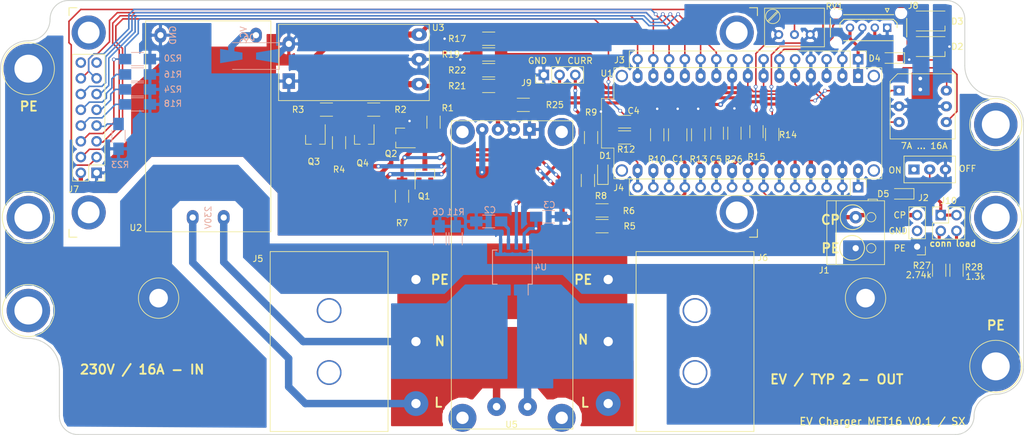
<source format=kicad_pcb>
(kicad_pcb (version 4) (host pcbnew 4.0.7-e2-6376~61~ubuntu18.04.1)
  (title_block (title ev-charger-met16) (date 2018-05-12) (rev 0.1) (company Manfred.Steiner@gmx.at))
  (layers (0 F.Cu signal) (31 B.Cu signal) (34 B.Paste user) (35 F.Paste user) (36 B.SilkS user) (37 F.SilkS user) (38 B.Mask user) (39 F.Mask user) (44 Edge.Cuts user))
  (net 0 "")
  (net 1 -12V)
  (net 2 GND)
  (net 3 +12V)
  (net 4 +5V)
  (net 5 "Net-(Q1-Pad3)")
  (net 6 "Net-(Q2-Pad3)")
  (net 7 "Net-(Q3-Pad1)")
  (net 8 "Net-(Q3-Pad3)")
  (net 9 "Net-(Q4-Pad1)")
  (net 10 "Net-(Q4-Pad3)")
  (net 11 /TxD)
  (net 12 /RxD)
  (net 13 /CP)
  (net 14 /VIN32)
  (net 15 /~RESET30~)
  (net 16 /A7)
  (net 17 /A6)
  (net 18 /A4)
  (net 19 /A3)
  (net 20 /A2)
  (net 21 /A1)
  (net 22 /REF)
  (net 23 /3V3)
  (net 24 /~RESET3~)
  (net 25 "Net-(D1-Pad2)")
  (net 26 "Net-(J7-Pad15)")
  (net 27 "Net-(J7-Pad16)")
  (net 28 /N)
  (net 29 /L)
  (net 30 "Net-(C2-Pad2)")
  (net 31 /NOUT)
  (net 32 "Net-(D2-Pad2)")
  (net 33 "Net-(D3-Pad2)")
  (net 34 /PE)
  (net 35 /A5)
  (net 36 "Net-(SW2-Pad1)")
  (net 37 PWM)
  (net 38 LCD4)
  (net 39 LCD5)
  (net 40 LCD6)
  (net 41 LCD7)
  (net 42 LCD-RS)
  (net 43 LCD-E)
  (net 44 LCD-RW)
  (net 45 /LCD2)
  (net 46 /LCD3)
  (net 47 /LCD0)
  (net 48 /LCD1)
  (net 49 /VEE)
  (net 50 /D2)
  (net 51 /D3)
  (net 52 /D4)
  (net 53 /D5)
  (net 54 /A0)
  (net 55 "Net-(D4-Pad2)")
  (net 56 /MVOLT)
  (net 57 /MCURR)
  (net 58 "Net-(J10-Pad3)")
  (net 59 "Net-(J10-Pad4)")
  (net 60 "Net-(D5-Pad1)")
  (net 61 "Net-(D6-Pad2)")
  (module Resistors_SMD:R_1206_HandSoldering (layer F.Cu) (at 125.338 74.63 90)
    (fp_text reference R1 (at 2.286 2.286 180) (layer F.SilkS))
    (fp_text value 15k hide)
    (pad 1 smd rect (at -2 0 90) (size 2 1.7) (layers F.Cu F.Paste F.Mask) (net 5 "Net-(Q1-Pad3)"))
    (pad 2 smd rect (at 2 0 90) (size 2 1.7) (layers F.Cu F.Paste F.Mask) (net 9 "Net-(Q4-Pad1)"))
  )
  (module Resistors_SMD:R_1206_HandSoldering (layer F.Cu) (at 134.228 61.168)
    (fp_text reference R17 (at -5.08 0) (layer F.SilkS))
    (fp_text value 33k hide)
    (pad 1 smd rect (at -2 0) (size 2 1.7) (layers F.Cu F.Paste F.Mask) (net 3 +12V))
    (pad 2 smd rect (at 2 0) (size 2 1.7) (layers F.Cu F.Paste F.Mask) (net 16 /A7))
  )
  (module MyFootprints:Lusterklemme-PA30P-6mm2-40A-x3-N (layer F.Cu) (at 108.5 110 270)
    (fp_text reference J5 (at -13.353 11.481 360) (layer F.SilkS))
    (fp_text value Lusterklemme-6mm2-40A hide)
    (pad 3 thru_hole oval (at 10 -14 270) (size 4 4) (drill 1.5) (layers *.Cu *.Mask) (net 29 /L))
    (pad 2 thru_hole oval (at 0 -14 270) (size 4 4) (drill 1.5) (layers *.Cu *.Mask) (net 28 /N))
    (pad "" np_thru_hole circle (at 5 0 270) (size 4 4) (drill 3.5) (layers *.Cu *.Mask))
    (pad 1 thru_hole rect (at -10 -14 270) (size 4 4) (drill 1.5) (layers *.Cu *.Mask) (net 34 /PE))
    (pad "" np_thru_hole circle (at -5 0 270) (size 4 4) (drill 3.5) (layers *.Cu *.Mask))
  )
  (module MyFootprints:Terminalblock-2x-5mm (layer F.Cu) (at 193.41 94.95 90)
    (fp_text reference J1 (at -3.556 -5.08 180) (layer F.SilkS))
    (fp_text value Screw_Terminal_01x02 hide)
    (pad 2 thru_hole circle (at 5 0 90) (size 2 2) (drill 1) (layers *.Cu *.Mask) (net 13 /CP))
    (pad 1 thru_hole rect (at 0 0 90) (size 2 2) (drill 1) (layers *.Cu *.Mask) (net 34 /PE))
  )
  (module Capacitors_SMD:C_1206_HandSoldering (layer F.Cu) (at 171.058 76.408 90)
    (fp_text reference C5 (at -4.191 -0.1905 180) (layer F.SilkS))
    (fp_text value 100n hide)
    (pad 1 smd rect (at -2 0 90) (size 2 1.6) (layers F.Cu F.Paste F.Mask) (net 20 /A2))
    (pad 2 smd rect (at 2 0 90) (size 2 1.6) (layers F.Cu F.Paste F.Mask) (net 2 GND))
  )
  (module MyFootprints:M4-8-Copper (layer F.Cu) (at 216 114)
    (fp_text reference REF** hide)
    (fp_text value M4 hide)
    (pad 2 thru_hole circle (at 0 0) (size 8 8) (drill 4.5) (layers *.Cu *.Mask) (net 34 /PE))
  )
  (module Resistors_SMD:R_1206_HandSoldering (layer F.Cu) (at 115.686 72.598 180)
    (fp_text reference R2 (at -4.318 0 180) (layer F.SilkS))
    (fp_text value 10k hide)
    (pad 1 smd rect (at -2 0 180) (size 2 1.7) (layers F.Cu F.Paste F.Mask) (net 9 "Net-(Q4-Pad1)"))
    (pad 2 smd rect (at 2 0 180) (size 2 1.7) (layers F.Cu F.Paste F.Mask) (net 1 -12V))
  )
  (module Resistors_SMD:R_1206_HandSoldering (layer F.Cu) (at 108.066 72.598 180)
    (fp_text reference R3 (at 4.572 0 180) (layer F.SilkS))
    (fp_text value 10k hide)
    (pad 1 smd rect (at -2 0 180) (size 2 1.7) (layers F.Cu F.Paste F.Mask) (net 7 "Net-(Q3-Pad1)"))
    (pad 2 smd rect (at 2 0 180) (size 2 1.7) (layers F.Cu F.Paste F.Mask) (net 3 +12V))
  )
  (module Resistors_SMD:R_1206_HandSoldering (layer F.Cu) (at 110.098 77.932 270)
    (fp_text reference R4 (at 4.318 0 360) (layer F.SilkS))
    (fp_text value 33k hide)
    (pad 1 smd rect (at -2 0 270) (size 2 1.7) (layers F.Cu F.Paste F.Mask) (net 7 "Net-(Q3-Pad1)"))
    (pad 2 smd rect (at 2 0 270) (size 2 1.7) (layers F.Cu F.Paste F.Mask) (net 6 "Net-(Q2-Pad3)"))
  )
  (module Resistors_SMD:R_1206_HandSoldering (layer F.Cu) (at 152.516 91.394)
    (fp_text reference R5 (at 4.445 0) (layer F.SilkS))
    (fp_text value 1k hide)
    (pad 1 smd rect (at -2 0) (size 2 1.7) (layers F.Cu F.Paste F.Mask) (net 8 "Net-(Q3-Pad3)"))
    (pad 2 smd rect (at 2 0) (size 2 1.7) (layers F.Cu F.Paste F.Mask) (net 13 /CP))
  )
  (module Resistors_SMD:R_1206_HandSoldering (layer F.Cu) (at 152.516 88.854 180)
    (fp_text reference R6 (at -4.318 -0.0635 180) (layer F.SilkS))
    (fp_text value 1k hide)
    (pad 1 smd rect (at -2 0 180) (size 2 1.7) (layers F.Cu F.Paste F.Mask) (net 13 /CP))
    (pad 2 smd rect (at 2 0 180) (size 2 1.7) (layers F.Cu F.Paste F.Mask) (net 10 "Net-(Q4-Pad3)"))
  )
  (module MyFootprints:M4-8-Copper (layer F.Cu) (at 60 90)
    (fp_text reference REF** hide)
    (fp_text value M4 hide)
    (pad "" np_thru_hole circle (at 0 0) (size 7 7) (drill 4.5) (layers *.Cu *.Mask))
  )
  (module MyFootprints:M4-8-Copper (layer F.Cu) (at 216 90)
    (fp_text reference REF** hide)
    (fp_text value M4 hide)
    (pad "" np_thru_hole circle (at 0 0) (size 7 7) (drill 4.5) (layers *.Cu *.Mask))
  )
  (module MyFootprints:M4-8-Copper (layer F.Cu) (at 60 105)
    (fp_text reference REF** hide)
    (fp_text value M4 hide)
    (pad "" np_thru_hole circle (at 0 0) (size 7 7) (drill 4.5) (layers *.Cu *.Mask))
  )
  (module MyFootprints:M4-8-Copper (layer F.Cu) (at 216 75)
    (fp_text reference REF** hide)
    (fp_text value M4 hide)
    (pad "" np_thru_hole circle (at 0 0) (size 7 7) (drill 4.5) (layers *.Cu *.Mask))
  )
  (module MyFootprints:M4-8-Copper (layer F.Cu) (at 60 66)
    (fp_text reference REF** hide)
    (fp_text value M4 hide)
    (pad 1 thru_hole circle (at 0 0) (size 8 8) (drill 4.5) (layers *.Cu *.Mask) (net 34 /PE))
  )
  (module TO_SOT_Packages_SMD:SOT-23_Handsoldering (layer F.Cu) (at 123.941 83.012 90)
    (fp_text reference Q1 (at -3.556 -0.127 360) (layer F.SilkS))
    (fp_text value NTR2101P hide)
    (pad 1 smd rect (at -1.5 -0.95 90) (size 1.9 0.8) (layers F.Cu F.Paste F.Mask) (net 37 PWM))
    (pad 2 smd rect (at -1.5 0.95 90) (size 1.9 0.8) (layers F.Cu F.Paste F.Mask) (net 4 +5V))
    (pad 3 smd rect (at 1.5 0 90) (size 1.9 0.8) (layers F.Cu F.Paste F.Mask) (net 5 "Net-(Q1-Pad3)"))
  )
  (module TO_SOT_Packages_SMD:SOT-23_Handsoldering (layer F.Cu) (at 120.004 77.17 180)
    (fp_text reference Q2 (at 1.524 -2.54 360) (layer F.SilkS))
    (fp_text value MMBF170 hide)
    (pad 1 smd rect (at -1.5 -0.95 180) (size 1.9 0.8) (layers F.Cu F.Paste F.Mask) (net 37 PWM))
    (pad 2 smd rect (at -1.5 0.95 180) (size 1.9 0.8) (layers F.Cu F.Paste F.Mask) (net 2 GND))
    (pad 3 smd rect (at 1.5 0 180) (size 1.9 0.8) (layers F.Cu F.Paste F.Mask) (net 6 "Net-(Q2-Pad3)"))
  )
  (module TO_SOT_Packages_SMD:SOT-23_Handsoldering (layer F.Cu) (at 106.288 77.424 270)
    (fp_text reference Q3 (at 3.556 0.254 360) (layer F.SilkS))
    (fp_text value NTR2101P hide)
    (pad 1 smd rect (at -1.5 -0.95 270) (size 1.9 0.8) (layers F.Cu F.Paste F.Mask) (net 7 "Net-(Q3-Pad1)"))
    (pad 2 smd rect (at -1.5 0.95 270) (size 1.9 0.8) (layers F.Cu F.Paste F.Mask) (net 3 +12V))
    (pad 3 smd rect (at 1.5 0 270) (size 1.9 0.8) (layers F.Cu F.Paste F.Mask) (net 8 "Net-(Q3-Pad3)"))
  )
  (module TO_SOT_Packages_SMD:SOT-23_Handsoldering (layer F.Cu) (at 114.162 77.424 270)
    (fp_text reference Q4 (at 3.81 0.254 540) (layer F.SilkS))
    (fp_text value MMBF170 hide)
    (pad 1 smd rect (at -1.5 -0.95 270) (size 1.9 0.8) (layers F.Cu F.Paste F.Mask) (net 9 "Net-(Q4-Pad1)"))
    (pad 2 smd rect (at -1.5 0.95 270) (size 1.9 0.8) (layers F.Cu F.Paste F.Mask) (net 1 -12V))
    (pad 3 smd rect (at 1.5 0 270) (size 1.9 0.8) (layers F.Cu F.Paste F.Mask) (net 10 "Net-(Q4-Pad3)"))
  )
  (module MyFootprints:HLK_PM01 (layer F.Cu) (at 89 90 90)
    (fp_text reference U2 (at -1.648 -11.668 180) (layer F.SilkS))
    (fp_text value HLK-PM01 hide)
    (fp_text user GND (at 29.4 -5.7 90) (layer B.SilkS) (effects (justify mirror)))
    (fp_text user 230V (at 0 0 90) (layer B.SilkS) (effects (justify mirror)))
    (fp_text user VCC (at 29.4 5.7 90) (layer B.SilkS) (effects (justify mirror)))
    (pad 2 thru_hole oval (at 29.4 7.7 180) (size 1.9 2.4) (drill 1) (layers *.Cu *.Mask) (net 61 "Net-(D6-Pad2)"))
    (pad 1 thru_hole oval (at 29.4 -7.7 180) (size 1.9 2.4) (drill 1) (layers *.Cu *.Mask) (net 2 GND))
    (pad 4 thru_hole oval (at 0 -2.5 180) (size 1.9 2.4) (drill 1) (layers *.Cu *.Mask) (net 29 /L))
    (pad 3 thru_hole oval (at 0 2.5 180) (size 1.9 2.4) (drill 1) (layers *.Cu *.Mask) (net 28 /N))
  )
  (module MyFootprints:SW_DIP_x3_W7.62mm_PT65-501 (layer F.Cu) (at 200.406 69.5325)
    (fp_text reference SW1 hide)
    (fp_text value SW_PT65-501 hide)
    (pad 1 thru_hole rect (at 0 0) (size 1.8 1.6) (drill 0.8) (layers *.Cu *.Mask) (net 50 /D2))
    (pad 2 thru_hole oval (at 0 2.54) (size 1.8 1.6) (drill 0.8) (layers *.Cu *.Mask) (net 2 GND))
    (pad 4 thru_hole oval (at 7.62 5.08) (size 1.8 1.6) (drill 0.8) (layers *.Cu *.Mask) (net 51 /D3))
    (pad 3 thru_hole oval (at 0 5.08) (size 1.8 1.6) (drill 0.8) (layers *.Cu *.Mask) (net 52 /D4))
    (pad 5 thru_hole oval (at 7.62 2.54) (size 1.8 1.6) (drill 0.8) (layers *.Cu *.Mask) (net 2 GND))
    (pad 6 thru_hole oval (at 7.62 0) (size 1.8 1.6) (drill 0.8) (layers *.Cu *.Mask) (net 53 /D5))
  )
  (module Resistors_SMD:R_1206_HandSoldering (layer F.Cu) (at 120.258 86.568 270)
    (fp_text reference R7 (at 4.318 0 360) (layer F.SilkS))
    (fp_text value 47k hide)
    (pad 1 smd rect (at -2 0 270) (size 2 1.7) (layers F.Cu F.Paste F.Mask) (net 37 PWM))
    (pad 2 smd rect (at 2 0 270) (size 2 1.7) (layers F.Cu F.Paste F.Mask) (net 4 +5V))
  )
  (module Capacitors_SMD:C_1210_HandSoldering (layer F.Cu) (at 164.708 76.662 90)
    (fp_text reference C1 (at -3.8735 0.0635 180) (layer F.SilkS))
    (fp_text value 1u hide)
    (pad 1 smd rect (at -2 0 90) (size 2 2.5) (layers F.Cu F.Paste F.Mask) (net 54 /A0))
    (pad 2 smd rect (at 2 0 90) (size 2 2.5) (layers F.Cu F.Paste F.Mask) (net 2 GND))
  )
  (module Diodes_SMD:D_SOD-323_HandSoldering (layer F.Cu) (at 152.643 82.758 90)
    (fp_text reference D1 (at 2.7305 0.381 180) (layer F.SilkS))
    (fp_text value D_Schottky hide)
    (pad 1 smd rect (at -1.25 0 90) (size 1 1) (layers F.Cu F.Paste F.Mask) (net 54 /A0))
    (pad 2 smd rect (at 1.25 0 90) (size 1 1) (layers F.Cu F.Paste F.Mask) (net 25 "Net-(D1-Pad2)"))
  )
  (module Resistors_SMD:R_1206_HandSoldering (layer F.Cu) (at 150.23 84.028 90)
    (fp_text reference R8 (at -2.4765 2.0955 360) (layer F.SilkS))
    (fp_text value 12k hide)
    (pad 1 smd rect (at -2 0 90) (size 2 1.7) (layers F.Cu F.Paste F.Mask) (net 13 /CP))
    (pad 2 smd rect (at 2 0 90) (size 2 1.7) (layers F.Cu F.Paste F.Mask) (net 25 "Net-(D1-Pad2)"))
  )
  (module Resistors_SMD:R_1206_HandSoldering (layer F.Cu) (at 150.738 77.1065 90)
    (fp_text reference R9 (at 4.064 0 360) (layer F.SilkS))
    (fp_text value 1k hide)
    (pad 1 smd rect (at -2 0 90) (size 2 1.7) (layers F.Cu F.Paste F.Mask) (net 25 "Net-(D1-Pad2)"))
    (pad 2 smd rect (at 2 0 90) (size 2 1.7) (layers F.Cu F.Paste F.Mask) (net 2 GND))
  )
  (module Resistors_SMD:R_1206_HandSoldering (layer F.Cu) (at 161.406 76.662 90)
    (fp_text reference R10 (at -3.937 -0.0635 180) (layer F.SilkS))
    (fp_text value 10k hide)
    (pad 1 smd rect (at -2 0 90) (size 2 1.7) (layers F.Cu F.Paste F.Mask) (net 54 /A0))
    (pad 2 smd rect (at 2 0 90) (size 2 1.7) (layers F.Cu F.Paste F.Mask) (net 2 GND))
  )
  (module MyFootprints:LCD-Sure-shifted-064 (layer F.Cu) (at 71 82.373)
    (fp_text reference J7 (at -3.691 3.082) (layer F.SilkS))
    (fp_text value LCD-Sure hide)
    (pad "" np_thru_hole oval (at 103.23 -22.2) (size 5.5 5.5) (drill 3.5) (layers *.Cu *.Mask))
    (pad "" np_thru_hole oval (at 103.23 6.8) (size 5.5 5.5) (drill 3.5) (layers *.Cu *.Mask))
    (pad "" np_thru_hole oval (at -1.27 6.8) (size 5.5 5.5) (drill 3.5) (layers *.Cu *.Mask))
    (pad 15 thru_hole oval (at 0 -17.36) (size 1.7 1.7) (drill 1) (layers *.Cu *.Mask) (net 26 "Net-(J7-Pad15)"))
    (pad 16 thru_hole oval (at -2.54 -17.36) (size 1.7 1.7) (drill 1) (layers *.Cu *.Mask) (net 27 "Net-(J7-Pad16)"))
    (pad 13 thru_hole oval (at 0 -14.82) (size 1.7 1.7) (drill 1) (layers *.Cu *.Mask) (net 40 LCD6))
    (pad 14 thru_hole oval (at -2.54 -14.82) (size 1.7 1.7) (drill 1) (layers *.Cu *.Mask) (net 41 LCD7))
    (pad 11 thru_hole oval (at 0 -12.28) (size 1.7 1.7) (drill 1) (layers *.Cu *.Mask) (net 38 LCD4))
    (pad 12 thru_hole oval (at -2.54 -12.28) (size 1.7 1.7) (drill 1) (layers *.Cu *.Mask) (net 39 LCD5))
    (pad 9 thru_hole oval (at 0 -9.74) (size 1.7 1.7) (drill 1) (layers *.Cu *.Mask) (net 45 /LCD2))
    (pad 10 thru_hole oval (at -2.54 -9.74) (size 1.7 1.7) (drill 1) (layers *.Cu *.Mask) (net 46 /LCD3))
    (pad 7 thru_hole oval (at 0 -7.2) (size 1.7 1.7) (drill 1) (layers *.Cu *.Mask) (net 47 /LCD0))
    (pad 8 thru_hole oval (at -2.54 -7.2) (size 1.7 1.7) (drill 1) (layers *.Cu *.Mask) (net 48 /LCD1))
    (pad 5 thru_hole oval (at 0 -4.66) (size 1.7 1.7) (drill 1) (layers *.Cu *.Mask) (net 44 LCD-RW))
    (pad 6 thru_hole oval (at -2.54 -4.66) (size 1.7 1.7) (drill 1) (layers *.Cu *.Mask) (net 43 LCD-E))
    (pad 3 thru_hole oval (at 0 -2.12) (size 1.7 1.7) (drill 1) (layers *.Cu *.Mask) (net 49 /VEE))
    (pad 4 thru_hole oval (at -2.54 -2.12) (size 1.7 1.7) (drill 1) (layers *.Cu *.Mask) (net 42 LCD-RS))
    (pad 1 thru_hole rect (at 0 0.42) (size 1.7 1.7) (drill 1) (layers *.Cu *.Mask) (net 2 GND))
    (pad 2 thru_hole oval (at -2.54 0.42) (size 1.7 1.7) (drill 1) (layers *.Cu *.Mask) (net 4 +5V))
    (pad "" np_thru_hole oval (at -1.27 -22.2) (size 5.5 5.5) (drill 3.5) (layers *.Cu *.Mask))
  )
  (module Resistors_SMD:R_1206_HandSoldering (layer B.Cu) (at 128.894 93.426 90)
    (fp_text reference R11 (at 4.318 0 360) (layer B.SilkS) (effects (justify mirror)))
    (fp_text value 0R hide)
    (pad 1 smd rect (at -2 0 90) (size 2 1.7) (layers B.Cu B.Paste B.Mask) (net 34 /PE))
    (pad 2 smd rect (at 2 0 90) (size 2 1.7) (layers B.Cu B.Paste B.Mask) (net 2 GND))
  )
  (module MyFootprints:Lusterklemme-PA30P-6mm2-40A-x3-S (layer F.Cu) (at 167.5 110 270)
    (fp_text reference J6 (at -13.526 -10.924 360) (layer F.SilkS))
    (fp_text value Lusterklemme-6mm2-40A hide)
    (pad 3 thru_hole oval (at 10 14 270) (size 4 4) (drill 1.5) (layers *.Cu *.Mask) (net 29 /L))
    (pad 2 thru_hole oval (at 0 14 270) (size 4 4) (drill 1.5) (layers *.Cu *.Mask) (net 31 /NOUT))
    (pad "" np_thru_hole circle (at 5 0 270) (size 4 4) (drill 3.5) (layers *.Cu *.Mask))
    (pad 1 thru_hole rect (at -10 14 270) (size 4 4) (drill 1.5) (layers *.Cu *.Mask) (net 34 /PE))
    (pad "" np_thru_hole circle (at -5 0 270) (size 4 4) (drill 3.5) (layers *.Cu *.Mask))
  )
  (module Capacitors_SMD:C_1206_HandSoldering (layer B.Cu) (at 134.228 90.632)
    (fp_text reference C2 (at 0.1905 -1.8415) (layer B.SilkS) (effects (justify mirror)))
    (fp_text value 1n hide)
    (pad 1 smd rect (at -2 0) (size 2 1.6) (layers B.Cu B.Paste B.Mask) (net 2 GND))
    (pad 2 smd rect (at 2 0) (size 2 1.6) (layers B.Cu B.Paste B.Mask) (net 30 "Net-(C2-Pad2)"))
  )
  (module Capacitors_SMD:C_1206_HandSoldering (layer B.Cu) (at 143.88 89.87 180)
    (fp_text reference C3 (at -0.127 1.905 180) (layer B.SilkS) (effects (justify mirror)))
    (fp_text value 100n hide)
    (pad 1 smd rect (at -2 0 180) (size 2 1.6) (layers B.Cu B.Paste B.Mask) (net 2 GND))
    (pad 2 smd rect (at 2 0 180) (size 2 1.6) (layers B.Cu B.Paste B.Mask) (net 4 +5V))
  )
  (module Capacitors_SMD:C_1206_HandSoldering (layer F.Cu) (at 156.1465 74.549 180)
    (fp_text reference C4 (at -1.4495 1.7605 360) (layer F.SilkS))
    (fp_text value 100n hide)
    (pad 1 smd rect (at -2 0 180) (size 2 1.6) (layers F.Cu F.Paste F.Mask) (net 21 /A1))
    (pad 2 smd rect (at 2 0 180) (size 2 1.6) (layers F.Cu F.Paste F.Mask) (net 2 GND))
  )
  (module Resistors_SMD:R_1206_HandSoldering (layer F.Cu) (at 156.1465 77.089)
    (fp_text reference R12 (at 0.243 1.9225 180) (layer F.SilkS))
    (fp_text value 3k3 hide)
    (pad 1 smd rect (at -2 0) (size 2 1.7) (layers F.Cu F.Paste F.Mask) (net 57 /MCURR))
    (pad 2 smd rect (at 2 0) (size 2 1.7) (layers F.Cu F.Paste F.Mask) (net 21 /A1))
  )
  (module Resistors_SMD:R_1206_HandSoldering (layer F.Cu) (at 168.01 76.662 90)
    (fp_text reference R13 (at -3.937 0.0635 360) (layer F.SilkS))
    (fp_text value 10k hide)
    (pad 1 smd rect (at -2 0 90) (size 2 1.7) (layers F.Cu F.Paste F.Mask) (net 21 /A1))
    (pad 2 smd rect (at 2 0 90) (size 2 1.7) (layers F.Cu F.Paste F.Mask) (net 2 GND))
  )
  (module Housings_SOIC:SO-8_5.3x6.2mm_Pitch1.27mm (layer B.Cu) (at 138.05 98 90)
    (fp_text reference U4 (at 0 4.572 360) (layer B.SilkS) (effects (justify mirror)))
    (fp_text value ACS712 hide)
    (pad 1 smd rect (at -3.7 1.905 90) (size 1.75 0.55) (layers B.Cu B.Paste B.Mask) (net 31 /NOUT))
    (pad 2 smd rect (at -3.7 0.635 90) (size 1.75 0.55) (layers B.Cu B.Paste B.Mask) (net 31 /NOUT))
    (pad 3 smd rect (at -3.7 -0.635 90) (size 1.75 0.55) (layers B.Cu B.Paste B.Mask) (net 28 /N))
    (pad 4 smd rect (at -3.7 -1.905 90) (size 1.75 0.55) (layers B.Cu B.Paste B.Mask) (net 28 /N))
    (pad 5 smd rect (at 3.7 -1.905 90) (size 1.75 0.55) (layers B.Cu B.Paste B.Mask) (net 2 GND))
    (pad 6 smd rect (at 3.7 -0.635 90) (size 1.75 0.55) (layers B.Cu B.Paste B.Mask) (net 30 "Net-(C2-Pad2)"))
    (pad 7 smd rect (at 3.7 0.635 90) (size 1.75 0.55) (layers B.Cu B.Paste B.Mask) (net 57 /MCURR))
    (pad 8 smd rect (at 3.7 1.905 90) (size 1.75 0.55) (layers B.Cu B.Paste B.Mask) (net 4 +5V))
  )
  (module LEDs:LED_PLCC-2 (layer F.Cu) (at 205.4115 62.438 180)
    (fp_text reference D2 (at -4.3815 0 180) (layer F.SilkS))
    (fp_text value rot hide)
    (pad 1 smd rect (at -1.5 0 180) (size 1.5 2.6) (layers F.Cu F.Paste F.Mask) (net 2 GND))
    (pad 2 smd rect (at 1.5 0 180) (size 1.5 2.6) (layers F.Cu F.Paste F.Mask) (net 32 "Net-(D2-Pad2)"))
  )
  (module LEDs:LED_PLCC-2 (layer F.Cu) (at 205.4115 58.3105 180)
    (fp_text reference D3 (at -4.3815 -0.0635 180) (layer F.SilkS))
    (fp_text value grün hide)
    (pad 1 smd rect (at -1.5 0 180) (size 1.5 2.6) (layers F.Cu F.Paste F.Mask) (net 2 GND))
    (pad 2 smd rect (at 1.5 0 180) (size 1.5 2.6) (layers F.Cu F.Paste F.Mask) (net 33 "Net-(D3-Pad2)"))
  )
  (module Resistors_SMD:R_1206_HandSoldering (layer F.Cu) (at 179.948 76.5985 270)
    (fp_text reference R14 (at 0.0635 -2.54 360) (layer F.SilkS))
    (fp_text value 2k7 hide)
    (pad 1 smd rect (at -2 0 270) (size 2 1.7) (layers F.Cu F.Paste F.Mask) (net 32 "Net-(D2-Pad2)"))
    (pad 2 smd rect (at 2 0 270) (size 2 1.7) (layers F.Cu F.Paste F.Mask) (net 18 /A4))
  )
  (module Resistors_SMD:R_1206_HandSoldering (layer F.Cu) (at 177.408 76.154 270)
    (fp_text reference R15 (at 4.064 0 360) (layer F.SilkS))
    (fp_text value 2k7 hide)
    (pad 1 smd rect (at -2 0 270) (size 2 1.7) (layers F.Cu F.Paste F.Mask) (net 33 "Net-(D3-Pad2)"))
    (pad 2 smd rect (at 2 0 270) (size 2 1.7) (layers F.Cu F.Paste F.Mask) (net 19 /A3))
  )
  (module Resistors_SMD:R_1206_HandSoldering (layer B.Cu) (at 77.597 66.929 180)
    (fp_text reference R16 (at -5.715 0 180) (layer B.SilkS) (effects (justify mirror)))
    (fp_text value 0R hide)
    (pad 1 smd rect (at -2 0 180) (size 2 1.7) (layers B.Cu B.Paste B.Mask) (net 2 GND))
    (pad 2 smd rect (at 2 0 180) (size 2 1.7) (layers B.Cu B.Paste B.Mask) (net 46 /LCD3))
  )
  (module Resistors_SMD:R_1206_HandSoldering (layer B.Cu) (at 77.597 71.755 180)
    (fp_text reference R18 (at -5.715 0.127 180) (layer B.SilkS) (effects (justify mirror)))
    (fp_text value 0R hide)
    (pad 1 smd rect (at -2 0 180) (size 2 1.7) (layers B.Cu B.Paste B.Mask) (net 2 GND))
    (pad 2 smd rect (at 2 0 180) (size 2 1.7) (layers B.Cu B.Paste B.Mask) (net 48 /LCD1))
  )
  (module Resistors_SMD:R_1206_HandSoldering (layer F.Cu) (at 134.228 63.708 180)
    (fp_text reference R19 (at 6.096 0 180) (layer F.SilkS))
    (fp_text value 2k2 hide)
    (pad 1 smd rect (at -2 0 180) (size 2 1.7) (layers F.Cu F.Paste F.Mask) (net 16 /A7))
    (pad 2 smd rect (at 2 0 180) (size 2 1.7) (layers F.Cu F.Paste F.Mask) (net 2 GND))
  )
  (module Resistors_SMD:R_1206_HandSoldering (layer B.Cu) (at 77.597 64.4525)
    (fp_text reference R20 (at 5.715 -0.127) (layer B.SilkS) (effects (justify mirror)))
    (fp_text value 100k hide)
    (pad 1 smd rect (at -2 0) (size 2 1.7) (layers B.Cu B.Paste B.Mask) (net 43 LCD-E))
    (pad 2 smd rect (at 2 0) (size 2 1.7) (layers B.Cu B.Paste B.Mask) (net 2 GND))
  )
  (module Resistors_SMD:R_1206_HandSoldering (layer F.Cu) (at 134.228 68.788)
    (fp_text reference R21 (at -5.08 0) (layer F.SilkS))
    (fp_text value 39k hide)
    (pad 1 smd rect (at -2 0) (size 2 1.7) (layers F.Cu F.Paste F.Mask) (net 1 -12V))
    (pad 2 smd rect (at 2 0) (size 2 1.7) (layers F.Cu F.Paste F.Mask) (net 17 /A6))
  )
  (module Resistors_SMD:R_1206_HandSoldering (layer F.Cu) (at 134.228 66.248)
    (fp_text reference R22 (at -5.08 0 180) (layer F.SilkS))
    (fp_text value 15k hide)
    (pad 1 smd rect (at -2 0) (size 2 1.7) (layers F.Cu F.Paste F.Mask) (net 4 +5V))
    (pad 2 smd rect (at 2 0) (size 2 1.7) (layers F.Cu F.Paste F.Mask) (net 17 /A6))
  )
  (module Resistors_SMD:R_1206_HandSoldering (layer B.Cu) (at 74.538 76.916 90)
    (fp_text reference R23 (at -4.572 0.254 180) (layer B.SilkS) (effects (justify mirror)))
    (fp_text value 0R hide)
    (pad 1 smd rect (at -2 0 90) (size 2 1.7) (layers B.Cu B.Paste B.Mask) (net 2 GND))
    (pad 2 smd rect (at 2 0 90) (size 2 1.7) (layers B.Cu B.Paste B.Mask) (net 47 /LCD0))
  )
  (module Resistors_SMD:R_1206_HandSoldering (layer B.Cu) (at 77.597 69.342 180)
    (fp_text reference R24 (at -5.715 0 180) (layer B.SilkS) (effects (justify mirror)))
    (fp_text value 0R hide)
    (pad 1 smd rect (at -2 0 180) (size 2 1.7) (layers B.Cu B.Paste B.Mask) (net 2 GND))
    (pad 2 smd rect (at 2 0 180) (size 2 1.7) (layers B.Cu B.Paste B.Mask) (net 45 /LCD2))
  )
  (module Resistors_SMD:R_1206_HandSoldering (layer F.Cu) (at 139.816 71.836)
    (fp_text reference R25 (at 5.08 0 180) (layer F.SilkS))
    (fp_text value 3k3 hide)
    (pad 1 smd rect (at -2 0) (size 2 1.7) (layers F.Cu F.Paste F.Mask) (net 56 /MVOLT))
    (pad 2 smd rect (at 2 0) (size 2 1.7) (layers F.Cu F.Paste F.Mask) (net 20 /A2))
  )
  (module Resistors_SMD:R_1206_HandSoldering (layer F.Cu) (at 173.852 76.408 90)
    (fp_text reference R26 (at -4.191 -0.127 180) (layer F.SilkS))
    (fp_text value 10k hide)
    (pad 1 smd rect (at -2 0 90) (size 2 1.7) (layers F.Cu F.Paste F.Mask) (net 20 /A2))
    (pad 2 smd rect (at 2 0 90) (size 2 1.7) (layers F.Cu F.Paste F.Mask) (net 2 GND))
  )
  (module Potentiometers:Potentiometer_Trimmer_Bourns_3299W (layer F.Cu) (at 181 60.5 180)
    (fp_text reference RV1 (at -8.981 4.539 180) (layer F.SilkS))
    (fp_text value 10K hide)
    (pad 1 thru_hole circle (at 0 0 180) (size 1.44 1.44) (drill 0.8) (layers *.Cu *.Mask) (net 4 +5V))
    (pad 2 thru_hole circle (at -2.54 0 180) (size 1.44 1.44) (drill 0.8) (layers *.Cu *.Mask) (net 49 /VEE))
    (pad 3 thru_hole circle (at -5.08 0 180) (size 1.44 1.44) (drill 0.8) (layers *.Cu *.Mask) (net 2 GND))
  )
  (module MyFootprints:M3 (layer F.Cu) (at 81 103)
    (fp_text reference REF** hide)
    (fp_text value M3 hide)
    (pad "" thru_hole circle (at 0 0) (size 6 6) (drill 3) (layers *.Cu *.Mask) (net 34 /PE))
  )
  (module MyFootprints:M3 (layer F.Cu) (at 195 103)
    (fp_text reference REF** hide)
    (fp_text value M3 hide)
    (pad "" thru_hole circle (at 0 0) (size 6 6) (drill 3) (layers *.Cu *.Mask) (net 34 /PE))
  )
  (module MyFootprints:SW-ebay-171865305033 (layer F.Cu) (at 205.348 82.25)
    (fp_text reference SW2 hide)
    (fp_text value SW_DPDT_x2 hide)
    (pad 1 thru_hole rect (at -2.54 0) (size 1.8 1.6) (drill 0.8) (layers *.Cu *.Mask) (net 36 "Net-(SW2-Pad1)"))
    (pad 2 thru_hole oval (at 0 0) (size 1.8 1.6) (drill 0.8) (layers *.Cu *.Mask) (net 35 /A5))
    (pad 3 thru_hole oval (at 2.54 0) (size 1.8 1.6) (drill 0.8) (layers *.Cu *.Mask) (net 2 GND))
  )
  (module Pin_Headers:Pin_Header_Straight_1x15_Pitch2.54mm (layer F.Cu) (at 193.8 64.48 270)
    (fp_text reference J3 (at 0.127 38.479 360) (layer F.SilkS))
    (fp_text value Conn_01x15 hide)
    (pad 1 thru_hole rect (at 0 0 270) (size 1.7 1.7) (drill 1) (layers *.Cu *.Mask) (net 11 /TxD))
    (pad 2 thru_hole oval (at 0 2.54 270) (size 1.7 1.7) (drill 1) (layers *.Cu *.Mask) (net 12 /RxD))
    (pad 3 thru_hole oval (at 0 5.08 270) (size 1.7 1.7) (drill 1) (layers *.Cu *.Mask) (net 24 /~RESET3~))
    (pad 4 thru_hole oval (at 0 7.62 270) (size 1.7 1.7) (drill 1) (layers *.Cu *.Mask) (net 2 GND))
    (pad 5 thru_hole oval (at 0 10.16 270) (size 1.7 1.7) (drill 1) (layers *.Cu *.Mask) (net 50 /D2))
    (pad 6 thru_hole oval (at 0 12.7 270) (size 1.7 1.7) (drill 1) (layers *.Cu *.Mask) (net 51 /D3))
    (pad 7 thru_hole oval (at 0 15.24 270) (size 1.7 1.7) (drill 1) (layers *.Cu *.Mask) (net 52 /D4))
    (pad 8 thru_hole oval (at 0 17.78 270) (size 1.7 1.7) (drill 1) (layers *.Cu *.Mask) (net 53 /D5))
    (pad 9 thru_hole oval (at 0 20.32 270) (size 1.7 1.7) (drill 1) (layers *.Cu *.Mask) (net 37 PWM))
    (pad 10 thru_hole oval (at 0 22.86 270) (size 1.7 1.7) (drill 1) (layers *.Cu *.Mask) (net 43 LCD-E))
    (pad 11 thru_hole oval (at 0 25.4 270) (size 1.7 1.7) (drill 1) (layers *.Cu *.Mask) (net 38 LCD4))
    (pad 12 thru_hole oval (at 0 27.94 270) (size 1.7 1.7) (drill 1) (layers *.Cu *.Mask) (net 39 LCD5))
    (pad 13 thru_hole oval (at 0 30.48 270) (size 1.7 1.7) (drill 1) (layers *.Cu *.Mask) (net 40 LCD6))
    (pad 14 thru_hole oval (at 0 33.02 270) (size 1.7 1.7) (drill 1) (layers *.Cu *.Mask) (net 41 LCD7))
    (pad 15 thru_hole oval (at 0 35.56 270) (size 1.7 1.7) (drill 1) (layers *.Cu *.Mask) (net 44 LCD-RW))
  )
  (module Pin_Headers:Pin_Header_Straight_1x15_Pitch2.54mm (layer F.Cu) (at 193.8 85.12 270)
    (fp_text reference J4 (at 0.0985 38.606 360) (layer F.SilkS))
    (fp_text value Conn_01x15 hide)
    (pad 1 thru_hole rect (at 0 0 270) (size 1.7 1.7) (drill 1) (layers *.Cu *.Mask) (net 14 /VIN32))
    (pad 2 thru_hole oval (at 0 2.54 270) (size 1.7 1.7) (drill 1) (layers *.Cu *.Mask) (net 2 GND))
    (pad 3 thru_hole oval (at 0 5.08 270) (size 1.7 1.7) (drill 1) (layers *.Cu *.Mask) (net 15 /~RESET30~))
    (pad 4 thru_hole oval (at 0 7.62 270) (size 1.7 1.7) (drill 1) (layers *.Cu *.Mask) (net 4 +5V))
    (pad 5 thru_hole oval (at 0 10.16 270) (size 1.7 1.7) (drill 1) (layers *.Cu *.Mask) (net 16 /A7))
    (pad 6 thru_hole oval (at 0 12.7 270) (size 1.7 1.7) (drill 1) (layers *.Cu *.Mask) (net 17 /A6))
    (pad 7 thru_hole oval (at 0 15.24 270) (size 1.7 1.7) (drill 1) (layers *.Cu *.Mask) (net 35 /A5))
    (pad 8 thru_hole oval (at 0 17.78 270) (size 1.7 1.7) (drill 1) (layers *.Cu *.Mask) (net 18 /A4))
    (pad 9 thru_hole oval (at 0 20.32 270) (size 1.7 1.7) (drill 1) (layers *.Cu *.Mask) (net 19 /A3))
    (pad 10 thru_hole oval (at 0 22.86 270) (size 1.7 1.7) (drill 1) (layers *.Cu *.Mask) (net 20 /A2))
    (pad 11 thru_hole oval (at 0 25.4 270) (size 1.7 1.7) (drill 1) (layers *.Cu *.Mask) (net 21 /A1))
    (pad 12 thru_hole oval (at 0 27.94 270) (size 1.7 1.7) (drill 1) (layers *.Cu *.Mask) (net 54 /A0))
    (pad 13 thru_hole oval (at 0 30.48 270) (size 1.7 1.7) (drill 1) (layers *.Cu *.Mask) (net 22 /REF))
    (pad 14 thru_hole oval (at 0 33.02 270) (size 1.7 1.7) (drill 1) (layers *.Cu *.Mask) (net 23 /3V3))
    (pad 15 thru_hole oval (at 0 35.56 270) (size 1.7 1.7) (drill 1) (layers *.Cu *.Mask) (net 42 LCD-RS))
  )
  (module MyFootprints:Arduino-Nano (layer F.Cu) (at 193.8 67.18 270)
    (fp_text reference U1 (at -0.424 40.522 360) (layer F.SilkS))
    (fp_text value ARDUINO-NANO hide)
    (pad "" np_thru_hole circle (at 15.24 38.1 270) (size 2 2) (drill 1.4) (layers *.Cu *.Mask))
    (pad "" np_thru_hole circle (at 0 38.1 270) (size 2 2) (drill 1.4) (layers *.Cu *.Mask))
    (pad "" np_thru_hole circle (at 15.24 -2.54 270) (size 2 2) (drill 1.4) (layers *.Cu *.Mask))
    (pad 1 thru_hole rect (at 0 0 270) (size 2.2 1.6) (drill 0.8) (layers *.Cu *.Mask) (net 11 /TxD))
    (pad 2 thru_hole oval (at 0 2.54 270) (size 2.2 1.6) (drill 0.8) (layers *.Cu *.Mask) (net 12 /RxD))
    (pad 16 thru_hole oval (at 15.24 35.56 270) (size 2.2 1.6) (drill 0.8) (layers *.Cu *.Mask) (net 42 LCD-RS))
    (pad 3 thru_hole oval (at 0 5.08 270) (size 2.2 1.6) (drill 0.8) (layers *.Cu *.Mask) (net 24 /~RESET3~))
    (pad 17 thru_hole oval (at 15.24 33.02 270) (size 2.2 1.6) (drill 0.8) (layers *.Cu *.Mask) (net 23 /3V3))
    (pad 4 thru_hole oval (at 0 7.62 270) (size 2.2 1.6) (drill 0.8) (layers *.Cu *.Mask) (net 2 GND))
    (pad 18 thru_hole oval (at 15.24 30.48 270) (size 2.2 1.6) (drill 0.8) (layers *.Cu *.Mask) (net 22 /REF))
    (pad 5 thru_hole oval (at 0 10.16 270) (size 2.2 1.6) (drill 0.8) (layers *.Cu *.Mask) (net 50 /D2))
    (pad 19 thru_hole oval (at 15.24 27.94 270) (size 2.2 1.6) (drill 0.8) (layers *.Cu *.Mask) (net 54 /A0))
    (pad 6 thru_hole oval (at 0 12.7 270) (size 2.2 1.6) (drill 0.8) (layers *.Cu *.Mask) (net 51 /D3))
    (pad 20 thru_hole oval (at 15.24 25.4 270) (size 2.2 1.6) (drill 0.8) (layers *.Cu *.Mask) (net 21 /A1))
    (pad 7 thru_hole oval (at 0 15.24 270) (size 2.2 1.6) (drill 0.8) (layers *.Cu *.Mask) (net 52 /D4))
    (pad 21 thru_hole oval (at 15.24 22.86 270) (size 2.2 1.6) (drill 0.8) (layers *.Cu *.Mask) (net 20 /A2))
    (pad 8 thru_hole oval (at 0 17.78 270) (size 2.2 1.6) (drill 0.8) (layers *.Cu *.Mask) (net 53 /D5))
    (pad 22 thru_hole oval (at 15.24 20.32 270) (size 2.4 1.6) (drill 0.8) (layers *.Cu *.Mask) (net 19 /A3))
    (pad 9 thru_hole oval (at 0 20.32 270) (size 2.2 1.6) (drill 0.8) (layers *.Cu *.Mask) (net 37 PWM))
    (pad 23 thru_hole oval (at 15.24 17.78 270) (size 2.2 1.6) (drill 0.8) (layers *.Cu *.Mask) (net 18 /A4))
    (pad 10 thru_hole oval (at 0 22.86 270) (size 2.2 1.6) (drill 0.8) (layers *.Cu *.Mask) (net 43 LCD-E))
    (pad 24 thru_hole oval (at 15.24 15.24 270) (size 2.2 1.6) (drill 0.8) (layers *.Cu *.Mask) (net 35 /A5))
    (pad 11 thru_hole oval (at 0 25.4 270) (size 2.2 1.6) (drill 0.8) (layers *.Cu *.Mask) (net 38 LCD4))
    (pad 25 thru_hole oval (at 15.24 12.7 270) (size 2.2 1.6) (drill 0.8) (layers *.Cu *.Mask) (net 17 /A6))
    (pad 12 thru_hole oval (at 0 27.94 270) (size 2.2 1.6) (drill 0.8) (layers *.Cu *.Mask) (net 39 LCD5))
    (pad 26 thru_hole oval (at 15.24 10.16 270) (size 2.2 1.6) (drill 0.8) (layers *.Cu *.Mask) (net 16 /A7))
    (pad 13 thru_hole oval (at 0 30.48 270) (size 2.2 1.6) (drill 0.8) (layers *.Cu *.Mask) (net 40 LCD6))
    (pad 27 thru_hole oval (at 15.24 7.62 270) (size 2.2 1.6) (drill 0.8) (layers *.Cu *.Mask) (net 4 +5V))
    (pad 14 thru_hole oval (at 0 33.02 270) (size 2.2 1.6) (drill 0.8) (layers *.Cu *.Mask) (net 41 LCD7))
    (pad 28 thru_hole oval (at 15.24 5.08 270) (size 2.2 1.6) (drill 0.8) (layers *.Cu *.Mask) (net 15 /~RESET30~))
    (pad 15 thru_hole oval (at 0 35.56 270) (size 2.2 1.6) (drill 0.8) (layers *.Cu *.Mask) (net 44 LCD-RW))
    (pad 29 thru_hole oval (at 15.24 2.54 270) (size 2.2 1.6) (drill 0.8) (layers *.Cu *.Mask) (net 2 GND))
    (pad 30 thru_hole oval (at 15.24 0 270) (size 2.2 1.6) (drill 0.8) (layers *.Cu *.Mask) (net 14 /VIN32))
    (pad "" np_thru_hole circle (at 0 -2.54 270) (size 2 2) (drill 1.4) (layers *.Cu *.Mask))
  )
  (module Diodes_SMD:D_SOD-323_HandSoldering (layer F.Cu) (at 199.379 64.2795 180)
    (fp_text reference D4 (at 2.921 -0.0635 180) (layer F.SilkS))
    (fp_text value D_Schottky hide)
    (pad 1 smd rect (at -1.25 0 180) (size 1 1) (layers F.Cu F.Paste F.Mask) (net 4 +5V))
    (pad 2 smd rect (at 1.25 0 180) (size 1 1) (layers F.Cu F.Paste F.Mask) (net 55 "Net-(D4-Pad2)"))
  )
  (module Connectors_Harwin:Harwin_LTek-Male_04x2.00mm_Straight_StrainRelief (layer F.Cu) (at 198.49 59.39 180)
    (fp_text reference J8 (at -4.191 3.556 180) (layer F.SilkS))
    (fp_text value UART-Harwin4 hide)
    (pad 1 thru_hole rect (at 0 0 180) (size 1.35 1.35) (drill 0.8) (layers *.Cu *.Mask) (net 2 GND))
    (pad 2 thru_hole circle (at 2 0 180) (size 1.35 1.35) (drill 0.8) (layers *.Cu *.Mask) (net 55 "Net-(D4-Pad2)"))
    (pad 3 thru_hole circle (at 4 0 180) (size 1.35 1.35) (drill 0.8) (layers *.Cu *.Mask) (net 12 /RxD))
    (pad 4 thru_hole circle (at 6 0 180) (size 1.35 1.35) (drill 0.8) (layers *.Cu *.Mask) (net 11 /TxD))
    (pad "" np_thru_hole circle (at -2.25 -2.375 180) (size 0.95 0.95) (drill 0.95) (layers *.Cu *.Mask))
    (pad "" np_thru_hole circle (at -2.25 2.375 180) (size 0.95 0.95) (drill 0.95) (layers *.Cu *.Mask))
    (pad "" np_thru_hole circle (at 8.25 -2.375 180) (size 0.95 0.95) (drill 0.95) (layers *.Cu *.Mask))
    (pad "" np_thru_hole circle (at 8.25 2.375 180) (size 0.95 0.95) (drill 0.95) (layers *.Cu *.Mask))
  )
  (module Capacitors_SMD:C_1206_HandSoldering (layer B.Cu) (at 126.354 93.426 90)
    (fp_text reference C6 (at 4.318 -0.254 360) (layer B.SilkS) (effects (justify mirror)))
    (fp_text value 100n hide)
    (pad 1 smd rect (at -2 0 90) (size 2 1.6) (layers B.Cu B.Paste B.Mask) (net 34 /PE))
    (pad 2 smd rect (at 2 0 90) (size 2 1.6) (layers B.Cu B.Paste B.Mask) (net 2 GND))
  )
  (module Pin_Headers:Pin_Header_Straight_1x03_Pitch2.54mm (layer F.Cu) (at 203.316 94.696 180)
    (fp_text reference J2 (at -1.016 7.874 180) (layer F.SilkS))
    (fp_text value Conn_01x03 hide)
    (pad 1 thru_hole rect (at 0 0 180) (size 1.7 1.7) (drill 1) (layers *.Cu *.Mask) (net 34 /PE))
    (pad 2 thru_hole oval (at 0 2.54 180) (size 1.7 1.7) (drill 1) (layers *.Cu *.Mask) (net 2 GND))
    (pad 3 thru_hole oval (at 0 5.08 180) (size 1.7 1.7) (drill 1) (layers *.Cu *.Mask) (net 13 /CP))
  )
  (module MyFootprints:ebay-232542976388 (layer F.Cu) (at 138 120.5 90)
    (fp_text reference U5 (at -2.89 -0.09 180) (layer F.SilkS))
    (fp_text value ebay-232542976388 hide)
    (pad 4 thru_hole circle (at 44.7 -4.81 180) (size 2 2) (drill 0.8) (layers *.Cu *.Mask) (net 4 +5V))
    (pad "" np_thru_hole circle (at 44.3 8 180) (size 4.5 4.5) (drill 2) (layers *.Cu *.Mask))
    (pad "" np_thru_hole circle (at 44.3 -8 180) (size 4 4) (drill 2) (layers *.Cu *.Mask))
    (pad "" np_thru_hole circle (at -1.8 8 180) (size 4.5 4.5) (drill 2) (layers *.Cu *.Mask))
    (pad 1 thru_hole rect (at 44.7 2.81 180) (size 2 2) (drill 0.8) (layers *.Cu *.Mask) (net 2 GND))
    (pad 3 thru_hole circle (at 44.7 -2.27 180) (size 2 2) (drill 0.8) (layers *.Cu *.Mask) (net 56 /MVOLT))
    (pad 2 thru_hole circle (at 44.7 0.27 180) (size 2 2) (drill 0.8) (layers *.Cu *.Mask) (net 2 GND))
    (pad 6 thru_hole circle (at 0 -2.5 180) (size 3 3) (drill 1.2) (layers *.Cu *.Mask) (net 29 /L))
    (pad 5 thru_hole circle (at 0 2.5 180) (size 3 3) (drill 1.2) (layers *.Cu *.Mask) (net 31 /NOUT))
    (pad "" np_thru_hole circle (at -1.8 -8 180) (size 4.5 4.5) (drill 2) (layers *.Cu *.Mask))
  )
  (module Pin_Headers:Pin_Header_Straight_1x03_Pitch2.54mm (layer F.Cu) (at 143.118 67.01 90)
    (fp_text reference J9 (at -1.27 -2.794 180) (layer F.SilkS))
    (fp_text value Conn_01x03 hide)
    (pad 1 thru_hole rect (at 0 0 90) (size 1.7 1.7) (drill 1) (layers *.Cu *.Mask) (net 2 GND))
    (pad 2 thru_hole oval (at 0 2.54 90) (size 1.7 1.7) (drill 1) (layers *.Cu *.Mask) (net 56 /MVOLT))
    (pad 3 thru_hole oval (at 0 5.08 90) (size 1.7 1.7) (drill 1) (layers *.Cu *.Mask) (net 57 /MCURR))
  )
  (module MyFootprints:ebay-253052736386 (layer F.Cu) (at 102 65)
    (fp_text reference U3 (at 24.1 -5.618) (layer F.SilkS))
    (fp_text value ebay-253052736386 hide)
    (pad 5 thru_hole oval (at 21 3.5 90) (size 2 2.5) (drill 1) (layers *.Cu *.Mask) (net 1 -12V))
    (pad 3 thru_hole oval (at 21 -4.5 90) (size 2 2.5) (drill 1) (layers *.Cu *.Mask) (net 3 +12V))
    (pad 4 thru_hole oval (at 21 -0.5 90) (size 2 2.5) (drill 1) (layers *.Cu *.Mask) (net 2 GND))
    (pad 2 thru_hole oval (at 0 -3 90) (size 2.5 2) (drill 1) (layers *.Cu *.Mask) (net 4 +5V))
    (pad 1 thru_hole rect (at 0 3 90) (size 2.5 2) (drill 1) (layers *.Cu *.Mask) (net 2 GND))
  )
  (module Diodes_SMD:D_SOD-323_HandSoldering (layer F.Cu) (at 200.903 86.187 180)
    (fp_text reference D5 (at 3.048 0 180) (layer F.SilkS))
    (fp_text value D_Schottky hide)
    (pad 1 smd rect (at -1.25 0 180) (size 1 1) (layers F.Cu F.Paste F.Mask) (net 60 "Net-(D5-Pad1)"))
    (pad 2 smd rect (at 1.25 0 180) (size 1 1) (layers F.Cu F.Paste F.Mask) (net 13 /CP))
  )
  (module Pin_Headers:Pin_Header_Straight_2x02_Pitch2.54mm (layer F.Cu) (at 207.126 89.616)
    (fp_text reference J10 (at 1.27 -2.33) (layer F.SilkS))
    (fp_text value Conn_02x02_Counter_Clockwise hide)
    (pad 1 thru_hole rect (at 0 0) (size 1.7 1.7) (drill 1) (layers *.Cu *.Mask) (net 60 "Net-(D5-Pad1)"))
    (pad 2 thru_hole oval (at 2.54 0) (size 1.7 1.7) (drill 1) (layers *.Cu *.Mask) (net 60 "Net-(D5-Pad1)"))
    (pad 3 thru_hole oval (at 0 2.54) (size 1.7 1.7) (drill 1) (layers *.Cu *.Mask) (net 58 "Net-(J10-Pad3)"))
    (pad 4 thru_hole oval (at 2.54 2.54) (size 1.7 1.7) (drill 1) (layers *.Cu *.Mask) (net 59 "Net-(J10-Pad4)"))
  )
  (module Resistors_SMD:R_1206_HandSoldering (layer F.Cu) (at 206.872 98.506 270)
    (fp_text reference R27 (at -0.762 2.794 360) (layer F.SilkS))
    (fp_text value 2.74k (at 0.762 3.302 360) (layer F.SilkS))
    (pad 1 smd rect (at -2 0 270) (size 2 1.7) (layers F.Cu F.Paste F.Mask) (net 58 "Net-(J10-Pad3)"))
    (pad 2 smd rect (at 2 0 270) (size 2 1.7) (layers F.Cu F.Paste F.Mask) (net 34 /PE))
  )
  (module Resistors_SMD:R_1206_HandSoldering (layer F.Cu) (at 209.666 98.506 270)
    (fp_text reference R28 (at -0.508 -2.794 360) (layer F.SilkS))
    (fp_text value 1.3k (at 1.016 -3.048 360) (layer F.SilkS))
    (pad 1 smd rect (at -2 0 270) (size 2 1.7) (layers F.Cu F.Paste F.Mask) (net 59 "Net-(J10-Pad4)"))
    (pad 2 smd rect (at 2 0 270) (size 2 1.7) (layers F.Cu F.Paste F.Mask) (net 34 /PE))
  )
  (module Diodes_SMD:D_SMA-SMB_Universal_Handsoldering (layer B.Cu) (at 95.62 63.962 180)
    (fp_text reference D6 (at 0 3 180) (layer B.SilkS) (effects (justify mirror)))
    (fp_text value D_Schottky hide)
    (pad 1 smd trapezoid (at -2.9 0 180) (size 3.6 1.7) (rect_delta 0.6 0) (layers B.Cu B.Paste B.Mask) (net 4 +5V))
    (pad 2 smd trapezoid (at 2.9 0) (size 3.6 1.7) (rect_delta 0.6 0) (layers B.Cu B.Paste B.Mask) (net 61 "Net-(D6-Pad2)"))
  )
  (gr_text load (at 211.19 94.188) (layer F.SilkS) (effects (font (size 1 1) (thickness 0.2))))
  (gr_text conn (at 207.126 94.188) (layer F.SilkS) (effects (font (size 1 1) (thickness 0.2))))
  (gr_text CURR (at 148.96 64.724) (layer F.SilkS) (effects (font (size 1 1))))
  (gr_text V (at 145.404 64.724) (layer F.SilkS) (effects (font (size 1 1))))
  (gr_text GND (at 142.102 64.724) (layer F.SilkS) (effects (font (size 1 1))))
  (gr_text PE (at 189.346 94.95) (layer F.SilkS) (effects (font (size 1.5 1.5) (thickness 0.3))))
  (gr_text PE (at 200.522 94.95) (layer F.SilkS) (effects (font (size 1 1))))
  (gr_text L (at 149.722 119.842) (layer F.SilkS) (effects (font (size 1.5 1.5) (thickness 0.3))))
  (gr_text N (at 149.468 109.682) (layer F.SilkS) (effects (font (size 1.5 1.5) (thickness 0.3))))
  (gr_text PE (at 149.468 100.03) (layer F.SilkS) (effects (font (size 1.5 1.5) (thickness 0.3))))
  (gr_text "EV Charger MET16 V0.1 / SX" (at 197.728 122.89) (layer F.SilkS) (effects (font (size 1.2 1.2) (thickness 0.2))))
  (gr_text "EV / TYP 2 - OUT" (at 190.362 116.0955) (layer F.SilkS) (effects (font (size 1.5 1.5) (thickness 0.3))))
  (gr_text "230V / 16A - IN" (at 78.348 114.508) (layer F.SilkS) (effects (font (size 1.5 1.5) (thickness 0.3))))
  (gr_text L (at 126.1 119.842) (layer F.SilkS) (effects (font (size 1.5 1.5) (thickness 0.3))))
  (gr_text N (at 126.354 109.936) (layer F.SilkS) (effects (font (size 1.5 1.5) (thickness 0.3))))
  (gr_text PE (at 126.354 100.03) (layer F.SilkS) (effects (font (size 1.5 1.5) (thickness 0.3))))
  (gr_text "PE\n" (at 216.016 107.396) (layer F.SilkS) (effects (font (size 1.5 1.5) (thickness 0.3))))
  (gr_text PE (at 60.06 72.09) (layer F.SilkS) (effects (font (size 1.5 1.5) (thickness 0.3))))
  (gr_arc (start 216 65.5) (end 216 70.5) (angle 90) (layer Edge.Cuts) (width 0.15))
  (gr_arc (start 216 75) (end 216 70.5) (angle 90) (layer Edge.Cuts) (width 0.15))
  (gr_arc (start 60 114.5) (end 60 109.5) (angle 90) (layer Edge.Cuts) (width 0.15))
  (gr_arc (start 60 105) (end 60 109.5) (angle 90) (layer Edge.Cuts) (width 0.15))
  (gr_arc (start 209.5 122) (end 212.5 122) (angle 90) (layer Edge.Cuts) (width 0.15))
  (gr_arc (start 216 122) (end 212.5 122) (angle 90) (layer Edge.Cuts) (width 0.15))
  (gr_arc (start 216 114) (end 220.5 114) (angle 90) (layer Edge.Cuts) (width 0.15))
  (gr_arc (start 60 58) (end 63.5 58) (angle 90) (layer Edge.Cuts) (width 0.15))
  (gr_arc (start 60 66) (end 55.5 66) (angle 90) (layer Edge.Cuts) (width 0.15))
  (gr_arc (start 66.5 58) (end 63.5 58) (angle 90) (layer Edge.Cuts) (width 0.15))
  (gr_line (start 68 125) (end 209.5 125) (angle 90) (layer Edge.Cuts) (width 0.15))
  (gr_line (start 220.5 114) (end 220.5 75) (angle 90) (layer Edge.Cuts) (width 0.15))
  (gr_line (start 65 122) (end 65 114.5) (angle 90) (layer Edge.Cuts) (width 0.15))
  (gr_arc (start 68 122) (end 68 125) (angle 90) (layer Edge.Cuts) (width 0.15))
  (gr_line (start 211 58) (end 211 65.5) (angle 90) (layer Edge.Cuts) (width 0.15))
  (gr_arc (start 208 58) (end 208 55) (angle 90) (layer Edge.Cuts) (width 0.15))
  (gr_line (start 55.5 66) (end 55.5 105) (angle 90) (layer Edge.Cuts) (width 0.15))
  (gr_line (start 208 55) (end 66.5 55) (angle 90) (layer Edge.Cuts) (width 0.15))
  (gr_text CP (at 189.346 90.378) (layer F.SilkS) (effects (font (size 1.5 1.5) (thickness 0.3))))
  (gr_text CP (at 200.522 89.616) (layer F.SilkS) (effects (font (size 1 1))))
  (gr_text GND (at 200.268 92.156) (layer F.SilkS) (effects (font (size 1 1))))
  (gr_text "7A ... 16A" (at 204.459 78.44) (layer F.SilkS) (effects (font (size 1 1))))
  (gr_text OFF (at 211.444 82.123) (layer F.SilkS) (effects (font (size 1 1))))
  (gr_text ON (at 199.76 82.377) (layer F.SilkS) (effects (font (size 1 1))))
  (segment (start 113.686 72.598) (end 113.686 70.5975) (width 1) (layer F.Cu) (net 1))
  (segment (start 115.7835 68.5) (end 123 68.5) (width 1) (layer F.Cu) (net 1))
  (segment (start 113.686 70.5975) (end 115.7835 68.5) (width 1) (layer F.Cu) (net 1))
  (segment (start 132.228 68.788) (end 123.212 68.788) (width 0.7) (layer F.Cu) (net 1))
  (segment (start 113.212 75.924) (end 113.212 74.437) (width 0.7) (layer F.Cu) (net 1))
  (segment (start 113.686 73.963) (end 113.686 72.598) (width 0.7) (layer F.Cu) (net 1))
  (segment (start 113.212 74.437) (end 113.686 73.963) (width 0.7) (layer F.Cu) (net 1))
  (segment (start 132.228 63.708) (end 130.4815 63.708) (width 0.7) (layer F.Cu) (net 2))
  (via (at 129.656 64.5335) (size 0.6) (drill 0.4) (layers F.Cu B.Cu) (net 2))
  (segment (start 130.4815 63.708) (end 129.656 64.5335) (width 0.7) (layer F.Cu) (net 2))
  (segment (start 152.3255 74.549) (end 152.3255 72.9155) (width 0.5) (layer F.Cu) (net 2))
  (via (at 152.3255 72.9155) (size 0.6) (drill 0.4) (layers F.Cu B.Cu) (net 2))
  (segment (start 150.738 75.1065) (end 151.2955 74.549) (width 0.5) (layer F.Cu) (net 2))
  (segment (start 151.2955 74.549) (end 152.3255 74.549) (width 0.5) (layer F.Cu) (net 2))
  (segment (start 152.3255 74.549) (end 154.1465 74.549) (width 0.5) (layer F.Cu) (net 2))
  (segment (start 121.504 76.22) (end 121.504 74.479) (width 0.7) (layer F.Cu) (net 2))
  (via (at 121.4645 74.4395) (size 0.6) (drill 0.4) (layers F.Cu B.Cu) (net 2))
  (segment (start 121.504 74.479) (end 121.4645 74.4395) (width 0.7) (layer F.Cu) (net 2))
  (segment (start 173.852 74.408) (end 173.852 72.4075) (width 0.7) (layer F.Cu) (net 2))
  (via (at 173.852 72.4075) (size 0.6) (drill 0.4) (layers F.Cu B.Cu) (net 2))
  (segment (start 171.058 74.408) (end 173.852 74.408) (width 0.7) (layer F.Cu) (net 2))
  (segment (start 191.26 85.12) (end 191.26 82.42) (width 0.5) (layer F.Cu) (net 2))
  (segment (start 198.49 59.39) (end 198.49 71.582) (width 0.25) (layer B.Cu) (net 2))
  (segment (start 198.9805 72.0725) (end 200.406 72.0725) (width 0.25) (layer B.Cu) (net 2))
  (segment (start 198.49 71.582) (end 198.9805 72.0725) (width 0.25) (layer B.Cu) (net 2))
  (segment (start 208.523 62.438) (end 208.523 58.755) (width 0.25) (layer F.Cu) (net 2))
  (via (at 208.523 62.438) (size 0.6) (drill 0.4) (layers F.Cu B.Cu) (net 2))
  (segment (start 206.9115 62.438) (end 208.523 62.438) (width 0.25) (layer F.Cu) (net 2))
  (segment (start 208.0785 58.3105) (end 206.9115 58.3105) (width 0.25) (layer F.Cu) (net 2))
  (segment (start 208.523 58.755) (end 208.0785 58.3105) (width 0.25) (layer F.Cu) (net 2))
  (segment (start 206.9115 58.3105) (end 206.975 58.247) (width 0.25) (layer F.Cu) (net 2))
  (segment (start 154.002 74.6935) (end 154.1465 74.549) (width 0.25) (layer F.Cu) (net 2))
  (segment (start 168.01 74.662) (end 168.021 72.482) (width 0.5) (layer F.Cu) (net 2))
  (via (at 168.01 72.471) (size 0.8) (drill 0.4) (layers F.Cu B.Cu) (net 2))
  (segment (start 168.021 72.482) (end 168.01 72.471) (width 0.5) (layer F.Cu) (net 2))
  (segment (start 164.708 74.662) (end 164.719 72.482) (width 0.5) (layer F.Cu) (net 2))
  (via (at 164.708 72.471) (size 0.8) (drill 0.4) (layers F.Cu B.Cu) (net 2))
  (segment (start 164.719 72.482) (end 164.708 72.471) (width 0.5) (layer F.Cu) (net 2))
  (segment (start 161.406 74.662) (end 161.417 72.482) (width 0.5) (layer F.Cu) (net 2))
  (segment (start 161.406 72.471) (end 161.406 72.598) (width 0.5) (layer B.Cu) (net 2))
  (via (at 161.406 72.471) (size 0.8) (drill 0.4) (layers F.Cu B.Cu) (net 2))
  (segment (start 161.417 72.482) (end 161.406 72.471) (width 0.5) (layer F.Cu) (net 2))
  (segment (start 186.18 67.18) (end 186.18 64.48) (width 0.5) (layer F.Cu) (net 2))
  (segment (start 123 60.5) (end 124.3005 59.1995) (width 0.7) (layer F.Cu) (net 3))
  (segment (start 130.1005 61.168) (end 132.228 61.168) (width 0.7) (layer F.Cu) (net 3))
  (segment (start 128.132 59.1995) (end 130.1005 61.168) (width 0.7) (layer F.Cu) (net 3))
  (segment (start 124.3005 59.1995) (end 128.132 59.1995) (width 0.7) (layer F.Cu) (net 3))
  (segment (start 106.066 72.598) (end 106.066 64.3745) (width 1) (layer F.Cu) (net 3))
  (segment (start 109.9405 60.5) (end 123 60.5) (width 1) (layer F.Cu) (net 3))
  (segment (start 106.066 64.3745) (end 109.9405 60.5) (width 1) (layer F.Cu) (net 3))
  (segment (start 106.066 72.598) (end 106.066 73.5185) (width 0.5) (layer F.Cu) (net 3))
  (segment (start 106.066 73.5185) (end 105.338 74.2465) (width 0.5) (layer F.Cu) (net 3))
  (segment (start 105.338 74.2465) (end 105.338 75.924) (width 0.5) (layer F.Cu) (net 3))
  (segment (start 98.52 63.962) (end 100.038 63.962) (width 1) (layer B.Cu) (net 4))
  (segment (start 100.038 63.962) (end 102 62) (width 1) (layer B.Cu) (net 4))
  (segment (start 68.46 82.793) (end 68.46 84.4905) (width 0.7) (layer F.Cu) (net 4))
  (segment (start 69.1405 85.171) (end 73.7125 85.171) (width 0.7) (layer F.Cu) (net 4))
  (segment (start 68.46 84.4905) (end 69.1405 85.171) (width 0.7) (layer F.Cu) (net 4))
  (segment (start 133.19 75.8) (end 133.19 82.653) (width 1) (layer B.Cu) (net 4))
  (via (at 133.1485 82.6945) (size 0.6) (drill 0.4) (layers F.Cu B.Cu) (net 4))
  (segment (start 133.19 82.653) (end 133.1485 82.6945) (width 1) (layer B.Cu) (net 4))
  (segment (start 141.848 89.902) (end 141.848 91.775) (width 0.5) (layer B.Cu) (net 4))
  (segment (start 139.955 92.5885) (end 140.7685 91.775) (width 0.5) (layer B.Cu) (net 4))
  (segment (start 140.7685 91.775) (end 141.848 91.775) (width 0.5) (layer B.Cu) (net 4))
  (via (at 141.848 91.775) (size 0.6) (drill 0.4) (layers F.Cu B.Cu) (net 4))
  (segment (start 139.955 92.5885) (end 139.955 94.3) (width 0.5) (layer B.Cu) (net 4))
  (segment (start 141.848 89.902) (end 141.88 89.87) (width 0.5) (layer B.Cu) (net 4))
  (segment (start 132.228 66.248) (end 128.894 66.248) (width 0.7) (layer F.Cu) (net 4))
  (via (at 127.116 61.168) (size 0.6) (drill 0.4) (layers F.Cu B.Cu) (net 4))
  (segment (start 127.116 64.47) (end 127.116 61.168) (width 0.7) (layer F.Cu) (net 4))
  (segment (start 128.894 66.248) (end 127.116 64.47) (width 0.7) (layer F.Cu) (net 4))
  (segment (start 186.18 85.12) (end 186.18 82.42) (width 0.5) (layer B.Cu) (net 4))
  (segment (start 102 62) (end 105.118 58.882) (width 0.4) (layer B.Cu) (net 4))
  (segment (start 203.824 75.7095) (end 201.9825 77.551) (width 0.7) (layer F.Cu) (net 4))
  (via (at 203.824 69.3595) (size 1) (drill 0.6) (layers F.Cu B.Cu) (net 4))
  (segment (start 203.824 75.7095) (end 203.824 69.3595) (width 0.7) (layer F.Cu) (net 4))
  (via (at 203.824 67.5815) (size 1) (drill 0.6) (layers F.Cu B.Cu) (net 4))
  (segment (start 203.824 67.5815) (end 203.824 69.3595) (width 0.7) (layer B.Cu) (net 4))
  (segment (start 154.2305 59.898) (end 127.624 59.898) (width 0.4) (layer B.Cu) (net 4))
  (segment (start 127.624 59.898) (end 125.338 59.898) (width 0.4) (layer B.Cu) (net 4))
  (segment (start 154.7385 60.406) (end 154.2305 59.898) (width 0.4) (layer B.Cu) (net 4))
  (segment (start 164.6445 60.406) (end 154.7385 60.406) (width 0.4) (layer B.Cu) (net 4))
  (segment (start 169.153 55.8975) (end 164.6445 60.406) (width 0.4) (layer B.Cu) (net 4))
  (segment (start 201.2205 55.8975) (end 169.153 55.8975) (width 0.4) (layer B.Cu) (net 4))
  (segment (start 203.824 58.501) (end 201.2205 55.8975) (width 0.4) (layer B.Cu) (net 4))
  (segment (start 203.824 67.5815) (end 203.824 58.501) (width 0.4) (layer B.Cu) (net 4))
  (segment (start 124.322 58.882) (end 125.338 59.898) (width 0.4) (layer B.Cu) (net 4))
  (segment (start 105.118 58.882) (end 124.322 58.882) (width 0.4) (layer B.Cu) (net 4))
  (segment (start 200.629 64.2795) (end 201.792 64.2795) (width 0.4) (layer F.Cu) (net 4))
  (via (at 202.046 64.5335) (size 0.6) (drill 0.4) (layers F.Cu B.Cu) (net 4))
  (segment (start 201.792 64.2795) (end 202.046 64.5335) (width 0.4) (layer F.Cu) (net 4))
  (segment (start 186.18 79.5105) (end 188.1395 77.551) (width 0.7) (layer F.Cu) (net 4))
  (segment (start 188.1395 77.551) (end 201.9825 77.551) (width 0.7) (layer F.Cu) (net 4))
  (segment (start 186.18 79.5105) (end 186.18 82.42) (width 0.7) (layer F.Cu) (net 4))
  (segment (start 201.9825 77.551) (end 201.919 77.551) (width 0.7) (layer F.Cu) (net 4))
  (segment (start 102 62) (end 102.0826 61.9174) (width 1.2) (layer B.Cu) (net 4))
  (segment (start 125.338 76.63) (end 125.338 78.1225) (width 0.7) (layer F.Cu) (net 5))
  (segment (start 123.941 79.5195) (end 123.941 81.512) (width 0.7) (layer F.Cu) (net 5))
  (segment (start 125.338 78.1225) (end 123.941 79.5195) (width 0.7) (layer F.Cu) (net 5))
  (segment (start 118.504 77.17) (end 118.504 81.21) (width 0.7) (layer F.Cu) (net 6))
  (segment (start 110.098 81.615) (end 110.098 79.932) (width 0.7) (layer F.Cu) (net 6))
  (segment (start 111.368 82.885) (end 110.098 81.615) (width 0.7) (layer F.Cu) (net 6))
  (segment (start 116.829 82.885) (end 111.368 82.885) (width 0.7) (layer F.Cu) (net 6))
  (segment (start 118.504 81.21) (end 116.829 82.885) (width 0.7) (layer F.Cu) (net 6))
  (segment (start 110.098 75.932) (end 110.098 72.63) (width 0.7) (layer F.Cu) (net 7))
  (segment (start 110.098 72.63) (end 110.066 72.598) (width 0.7) (layer F.Cu) (net 7))
  (segment (start 107.238 75.924) (end 110.09 75.924) (width 0.7) (layer F.Cu) (net 7))
  (segment (start 110.09 75.924) (end 110.098 75.932) (width 0.7) (layer F.Cu) (net 7))
  (segment (start 128.894 80.726) (end 140.7685 80.726) (width 0.5) (layer F.Cu) (net 8))
  (segment (start 106.288 78.924) (end 106.288 81.1705) (width 0.7) (layer F.Cu) (net 8))
  (via (at 118.353 83.012) (size 0.6) (drill 0.4) (layers F.Cu B.Cu) (net 8))
  (segment (start 118.353 83.012) (end 126.608 83.012) (width 0.7) (layer B.Cu) (net 8))
  (via (at 126.608 83.012) (size 0.6) (drill 0.4) (layers F.Cu B.Cu) (net 8))
  (segment (start 117.083 84.282) (end 118.353 83.012) (width 0.7) (layer F.Cu) (net 8))
  (segment (start 109.3995 84.282) (end 117.083 84.282) (width 0.7) (layer F.Cu) (net 8))
  (segment (start 106.288 81.1705) (end 109.3995 84.282) (width 0.7) (layer F.Cu) (net 8))
  (segment (start 126.608 83.012) (end 128.894 80.726) (width 0.5) (layer F.Cu) (net 8))
  (segment (start 148.5155 91.394) (end 150.516 91.394) (width 0.5) (layer F.Cu) (net 8))
  (segment (start 146.2295 89.108) (end 148.5155 91.394) (width 0.5) (layer F.Cu) (net 8))
  (segment (start 146.2295 86.187) (end 146.2295 89.108) (width 0.5) (layer F.Cu) (net 8))
  (segment (start 144.1975 84.155) (end 146.2295 86.187) (width 0.5) (layer F.Cu) (net 8))
  (via (at 144.1975 84.155) (size 0.6) (drill 0.4) (layers F.Cu B.Cu) (net 8))
  (segment (start 142.5465 82.504) (end 144.1975 84.155) (width 0.5) (layer B.Cu) (net 8))
  (via (at 142.5465 82.504) (size 0.6) (drill 0.4) (layers F.Cu B.Cu) (net 8))
  (segment (start 140.7685 80.726) (end 142.5465 82.504) (width 0.5) (layer F.Cu) (net 8))
  (segment (start 125.338 72.63) (end 117.718 72.63) (width 0.7) (layer F.Cu) (net 9))
  (segment (start 117.718 72.63) (end 117.686 72.598) (width 0.7) (layer F.Cu) (net 9))
  (segment (start 115.112 75.924) (end 115.662 75.924) (width 0.7) (layer F.Cu) (net 9))
  (segment (start 117.686 73.9) (end 117.686 72.598) (width 0.7) (layer F.Cu) (net 9))
  (segment (start 115.662 75.924) (end 117.686 73.9) (width 0.7) (layer F.Cu) (net 9))
  (segment (start 128.4495 79.9005) (end 141.848 79.9005) (width 0.5) (layer F.Cu) (net 10))
  (segment (start 114.162 78.924) (end 114.162 80.726) (width 0.7) (layer F.Cu) (net 10))
  (via (at 126.608 81.742) (size 0.6) (drill 0.4) (layers F.Cu B.Cu) (net 10))
  (segment (start 116.448 81.742) (end 126.608 81.742) (width 0.7) (layer B.Cu) (net 10))
  (via (at 116.448 81.742) (size 0.6) (drill 0.4) (layers F.Cu B.Cu) (net 10))
  (segment (start 115.178 81.742) (end 116.448 81.742) (width 0.7) (layer F.Cu) (net 10))
  (segment (start 114.162 80.726) (end 115.178 81.742) (width 0.7) (layer F.Cu) (net 10))
  (segment (start 126.608 81.742) (end 128.4495 79.9005) (width 0.5) (layer F.Cu) (net 10))
  (segment (start 148.5155 88.854) (end 150.516 88.854) (width 0.5) (layer F.Cu) (net 10))
  (segment (start 147.2455 87.584) (end 148.5155 88.854) (width 0.5) (layer F.Cu) (net 10))
  (segment (start 147.2455 85.2345) (end 147.2455 87.584) (width 0.5) (layer F.Cu) (net 10))
  (segment (start 145.0865 83.0755) (end 147.2455 85.2345) (width 0.5) (layer F.Cu) (net 10))
  (via (at 145.0865 83.0755) (size 0.6) (drill 0.4) (layers F.Cu B.Cu) (net 10))
  (segment (start 145.023 83.0755) (end 145.0865 83.0755) (width 0.5) (layer B.Cu) (net 10))
  (segment (start 143.499 81.5515) (end 145.023 83.0755) (width 0.5) (layer B.Cu) (net 10))
  (via (at 143.499 81.5515) (size 0.6) (drill 0.4) (layers F.Cu B.Cu) (net 10))
  (segment (start 141.848 79.9005) (end 143.499 81.5515) (width 0.5) (layer F.Cu) (net 10))
  (segment (start 193.8 67.18) (end 193.8 64.48) (width 0.5) (layer B.Cu) (net 11))
  (segment (start 193.8 64.48) (end 193.8 62.447) (width 0.5) (layer F.Cu) (net 11))
  (segment (start 193.8 62.447) (end 192.49 61.137) (width 0.5) (layer F.Cu) (net 11))
  (segment (start 192.49 61.137) (end 192.49 59.39) (width 0.5) (layer F.Cu) (net 11))
  (segment (start 191.26 67.18) (end 191.26 64.48) (width 0.5) (layer B.Cu) (net 12))
  (segment (start 194.49 59.39) (end 194.49 60.088) (width 0.5) (layer B.Cu) (net 12))
  (segment (start 194.49 60.088) (end 191.26 63.318) (width 0.5) (layer B.Cu) (net 12))
  (segment (start 191.26 63.318) (end 191.26 64.48) (width 0.5) (layer B.Cu) (net 12))
  (segment (start 199.653 86.187) (end 199.633 86.207) (width 0.7) (layer F.Cu) (net 13))
  (segment (start 199.633 86.207) (end 199.633 89.616) (width 0.7) (layer F.Cu) (net 13))
  (segment (start 193.41 89.95) (end 193.744 89.616) (width 0.7) (layer F.Cu) (net 13))
  (segment (start 193.744 89.616) (end 199.633 89.616) (width 0.7) (layer F.Cu) (net 13))
  (segment (start 199.633 89.616) (end 203.316 89.616) (width 0.7) (layer F.Cu) (net 13))
  (segment (start 193.41 89.95) (end 178.598 89.95) (width 0.7) (layer F.Cu) (net 13))
  (segment (start 168.8355 88.854) (end 172.836 92.8545) (width 0.7) (layer F.Cu) (net 13))
  (segment (start 172.836 92.8545) (end 175.6935 92.8545) (width 0.7) (layer F.Cu) (net 13))
  (segment (start 168.8355 88.854) (end 154.516 88.854) (width 0.7) (layer F.Cu) (net 13))
  (segment (start 178.598 89.95) (end 175.6935 92.8545) (width 0.7) (layer F.Cu) (net 13))
  (segment (start 150.23 86.028) (end 153.5 86.028) (width 0.7) (layer F.Cu) (net 13))
  (segment (start 154.516 87.044) (end 154.516 88.854) (width 0.7) (layer F.Cu) (net 13))
  (segment (start 153.5 86.028) (end 154.516 87.044) (width 0.7) (layer F.Cu) (net 13))
  (segment (start 154.516 88.854) (end 154.516 91.394) (width 0.7) (layer F.Cu) (net 13))
  (segment (start 193.8 85.12) (end 193.8 82.42) (width 0.5) (layer B.Cu) (net 14))
  (segment (start 188.72 85.12) (end 188.72 82.42) (width 0.5) (layer B.Cu) (net 15))
  (segment (start 176.519 70.439) (end 175.15375 69.07375) (width 0.5) (layer F.Cu) (net 16))
  (segment (start 153.18275 69.07375) (end 152.3255 68.2165) (width 0.5) (layer F.Cu) (net 16))
  (segment (start 152.3255 68.2165) (end 152.3255 65.4225) (width 0.5) (layer F.Cu) (net 16))
  (segment (start 152.3255 65.4225) (end 150.611 63.708) (width 0.5) (layer F.Cu) (net 16))
  (segment (start 150.611 63.708) (end 136.228 63.708) (width 0.5) (layer F.Cu) (net 16))
  (segment (start 175.15375 69.07375) (end 153.18275 69.07375) (width 0.5) (layer F.Cu) (net 16))
  (segment (start 183.64 72.039002) (end 182.420998 70.82) (width 0.5) (layer F.Cu) (net 16))
  (segment (start 182.420998 70.82) (end 178.674498 70.82) (width 0.5) (layer F.Cu) (net 16))
  (segment (start 178.674498 70.82) (end 178.293498 70.439) (width 0.5) (layer F.Cu) (net 16))
  (segment (start 178.293498 70.439) (end 176.519 70.439) (width 0.5) (layer F.Cu) (net 16))
  (segment (start 176.519 70.439) (end 176.5825 70.439) (width 0.5) (layer F.Cu) (net 16))
  (segment (start 183.64 82.42) (end 183.64 72.039002) (width 0.5) (layer F.Cu) (net 16))
  (segment (start 136.228 61.168) (end 136.228 63.708) (width 0.7) (layer F.Cu) (net 16))
  (segment (start 183.64 85.12) (end 183.64 82.42) (width 0.5) (layer B.Cu) (net 16))
  (segment (start 152.7065 69.8675) (end 151.5 68.661) (width 0.5) (layer F.Cu) (net 17))
  (segment (start 151.5 65.9305) (end 151.5 68.661) (width 0.5) (layer F.Cu) (net 17))
  (segment (start 150.23 64.6605) (end 151.5 65.9305) (width 0.5) (layer F.Cu) (net 17))
  (segment (start 139.435 64.6605) (end 150.23 64.6605) (width 0.5) (layer F.Cu) (net 17))
  (segment (start 137.8475 66.248) (end 139.435 64.6605) (width 0.5) (layer F.Cu) (net 17))
  (segment (start 136.228 66.248) (end 137.8475 66.248) (width 0.5) (layer F.Cu) (net 17))
  (segment (start 174.741 69.8675) (end 152.7065 69.8675) (width 0.5) (layer F.Cu) (net 17))
  (segment (start 181.1 80.971) (end 182.2975 79.7735) (width 0.5) (layer F.Cu) (net 17))
  (segment (start 182.2975 79.7735) (end 182.2975 72.218502) (width 0.5) (layer F.Cu) (net 17))
  (segment (start 182.2975 72.218502) (end 181.7895 71.710502) (width 0.5) (layer F.Cu) (net 17))
  (segment (start 181.7895 71.710502) (end 178.424 71.710502) (width 0.5) (layer F.Cu) (net 17))
  (segment (start 178.424 71.710502) (end 178.041498 71.328) (width 0.5) (layer F.Cu) (net 17))
  (segment (start 178.041498 71.328) (end 176.2015 71.328) (width 0.5) (layer F.Cu) (net 17))
  (segment (start 181.1 80.971) (end 181.1 82.42) (width 0.5) (layer F.Cu) (net 17))
  (segment (start 176.2015 71.328) (end 174.741 69.8675) (width 0.5) (layer F.Cu) (net 17))
  (segment (start 136.228 66.248) (end 136.228 68.788) (width 0.7) (layer F.Cu) (net 17))
  (segment (start 181.1 85.12) (end 181.1 82.42) (width 0.5) (layer B.Cu) (net 17))
  (segment (start 181.1 82.425) (end 181.1 82.42) (width 0.25) (layer F.Cu) (net 17))
  (segment (start 176.02 82.42) (end 176.02 81.987) (width 0.5) (layer F.Cu) (net 18))
  (segment (start 176.02 81.987) (end 177.408 80.599) (width 0.5) (layer F.Cu) (net 18))
  (segment (start 179.948 79.7735) (end 179.948 78.662) (width 0.5) (layer F.Cu) (net 18))
  (segment (start 179.1225 80.599) (end 179.948 79.7735) (width 0.5) (layer F.Cu) (net 18))
  (segment (start 177.408 80.599) (end 179.1225 80.599) (width 0.5) (layer F.Cu) (net 18))
  (segment (start 176.02 85.12) (end 176.02 82.42) (width 0.5) (layer B.Cu) (net 18))
  (segment (start 177.408 78.948) (end 176.011 80.345) (width 0.5) (layer F.Cu) (net 19))
  (segment (start 174.8045 80.345) (end 176.011 80.345) (width 0.5) (layer F.Cu) (net 19))
  (segment (start 174.8045 80.345) (end 173.48 81.6695) (width 0.5) (layer F.Cu) (net 19))
  (segment (start 177.408 78.948) (end 177.408 78.154) (width 0.5) (layer F.Cu) (net 19))
  (segment (start 173.48 82.42) (end 173.48 81.6695) (width 0.5) (layer F.Cu) (net 19))
  (segment (start 173.48 85.12) (end 173.48 82.42) (width 0.5) (layer B.Cu) (net 19))
  (segment (start 174.36 70.693) (end 142.959 70.693) (width 0.5) (layer F.Cu) (net 20))
  (segment (start 175.154 78.408) (end 175.5665 77.9955) (width 0.5) (layer F.Cu) (net 20))
  (segment (start 175.5665 77.9955) (end 175.5665 71.8995) (width 0.5) (layer F.Cu) (net 20))
  (segment (start 175.5665 71.8995) (end 174.36 70.693) (width 0.5) (layer F.Cu) (net 20))
  (segment (start 173.852 78.408) (end 175.154 78.408) (width 0.5) (layer F.Cu) (net 20))
  (segment (start 142.959 70.693) (end 141.816 71.836) (width 0.5) (layer F.Cu) (net 20))
  (segment (start 171.058 78.408) (end 173.852 78.408) (width 0.7) (layer F.Cu) (net 20))
  (segment (start 170.94 82.42) (end 170.94 78.526) (width 0.7) (layer F.Cu) (net 20))
  (segment (start 170.94 78.526) (end 171.058 78.408) (width 0.7) (layer F.Cu) (net 20))
  (segment (start 170.94 85.12) (end 170.94 82.42) (width 0.5) (layer B.Cu) (net 20))
  (segment (start 170.931 82.411) (end 170.94 82.42) (width 0.5) (layer F.Cu) (net 20))
  (segment (start 168.4 85.12) (end 168.4 82.42) (width 0.5) (layer B.Cu) (net 21))
  (segment (start 168.4 82.42) (end 168.4 81.37) (width 0.5) (layer F.Cu) (net 21))
  (segment (start 168.4 81.37) (end 168.01 80.98) (width 0.5) (layer F.Cu) (net 21))
  (segment (start 168.01 80.98) (end 168.01 78.662) (width 0.5) (layer F.Cu) (net 21))
  (segment (start 168.01 78.662) (end 168.01 77.17) (width 0.5) (layer F.Cu) (net 21))
  (segment (start 167.502 76.662) (end 158.5735 76.662) (width 0.5) (layer F.Cu) (net 21))
  (segment (start 168.01 77.17) (end 167.502 76.662) (width 0.5) (layer F.Cu) (net 21))
  (segment (start 158.5735 76.662) (end 158.1465 77.089) (width 0.5) (layer F.Cu) (net 21))
  (segment (start 158.1465 77.089) (end 158.1465 74.549) (width 0.5) (layer F.Cu) (net 21))
  (segment (start 168.4 82.42) (end 168.4 81.409) (width 0.25) (layer F.Cu) (net 21))
  (segment (start 163.32 85.12) (end 163.32 82.42) (width 0.5) (layer B.Cu) (net 22))
  (segment (start 160.78 85.12) (end 160.78 82.42) (width 0.5) (layer B.Cu) (net 23))
  (segment (start 188.72 67.18) (end 188.72 64.48) (width 0.5) (layer B.Cu) (net 24))
  (segment (start 150.738 79.1065) (end 150.738 80.1545) (width 0.7) (layer F.Cu) (net 25))
  (segment (start 150.738 80.1545) (end 150.23 80.6625) (width 0.7) (layer F.Cu) (net 25))
  (segment (start 150.23 80.6625) (end 150.23 82.028) (width 0.7) (layer F.Cu) (net 25))
  (segment (start 150.23 82.028) (end 150.75 81.508) (width 0.5) (layer F.Cu) (net 25))
  (segment (start 150.75 81.508) (end 152.643 81.508) (width 0.5) (layer F.Cu) (net 25))
  (segment (start 152.5995 81.5515) (end 152.643 81.508) (width 0.5) (layer F.Cu) (net 25))
  (segment (start 152.5995 81.5515) (end 152.643 81.508) (width 0.25) (layer F.Cu) (net 25))
  (segment (start 121 110) (end 104.32 110) (width 1.2) (layer B.Cu) (net 28))
  (segment (start 91.5 97.18) (end 91.5 90) (width 1.2) (layer B.Cu) (net 28))
  (segment (start 104.32 110) (end 91.5 97.18) (width 1.2) (layer B.Cu) (net 28))
  (segment (start 135.5 120.5) (end 135.5 116.161) (width 1.2) (layer F.Cu) (net 29))
  (segment (start 127.357 115.143) (end 122.5 120) (width 1.2) (layer F.Cu) (net 29))
  (segment (start 134.482 115.143) (end 127.357 115.143) (width 1.2) (layer F.Cu) (net 29))
  (segment (start 135.5 116.161) (end 134.482 115.143) (width 1.2) (layer F.Cu) (net 29))
  (segment (start 121 120) (end 104.668 120) (width 1.2) (layer B.Cu) (net 29))
  (segment (start 86.5 97.26) (end 86.5 90) (width 1.2) (layer B.Cu) (net 29))
  (segment (start 101.97 112.73) (end 86.5 97.26) (width 1.2) (layer B.Cu) (net 29))
  (segment (start 101.97 117.302) (end 101.97 112.73) (width 1.2) (layer B.Cu) (net 29))
  (segment (start 104.668 120) (end 101.97 117.302) (width 1.2) (layer B.Cu) (net 29))
  (segment (start 137.415 94.3) (end 137.415 91.819) (width 0.5) (layer B.Cu) (net 30))
  (segment (start 137.415 91.819) (end 136.228 90.632) (width 0.5) (layer B.Cu) (net 30))
  (segment (start 140.5 120.5) (end 140.5 114.7765) (width 1.2) (layer B.Cu) (net 31))
  (segment (start 145.2765 110) (end 153.5 110) (width 1.2) (layer B.Cu) (net 31))
  (segment (start 140.5 114.7765) (end 145.2765 110) (width 1.2) (layer B.Cu) (net 31))
  (segment (start 179.821 72.6615) (end 179.948 72.7885) (width 0.25) (layer F.Cu) (net 32))
  (via (at 179.821 68.915) (size 0.6) (drill 0.4) (layers F.Cu B.Cu) (net 32))
  (segment (start 179.821 68.915) (end 179.821 72.6615) (width 0.25) (layer B.Cu) (net 32))
  (via (at 179.821 72.6615) (size 0.6) (drill 0.4) (layers F.Cu B.Cu) (net 32))
  (segment (start 179.821 68.915) (end 179.821 63.765) (width 0.25) (layer F.Cu) (net 32))
  (segment (start 181.1655 62.4205) (end 187.5601 62.4205) (width 0.25) (layer F.Cu) (net 32))
  (segment (start 179.821 63.765) (end 181.1655 62.4205) (width 0.25) (layer F.Cu) (net 32))
  (segment (start 203.9115 62.438) (end 202.2365 60.763) (width 0.25) (layer F.Cu) (net 32))
  (segment (start 202.2365 58.882) (end 202.2365 60.763) (width 0.25) (layer F.Cu) (net 32))
  (segment (start 201.538 58.1835) (end 202.2365 58.882) (width 0.25) (layer F.Cu) (net 32))
  (segment (start 200.3315 58.1835) (end 201.538 58.1835) (width 0.25) (layer F.Cu) (net 32))
  (segment (start 198.744 56.596) (end 200.3315 58.1835) (width 0.25) (layer F.Cu) (net 32))
  (segment (start 192.2035 56.596) (end 198.744 56.596) (width 0.25) (layer F.Cu) (net 32))
  (segment (start 190.743 58.0565) (end 192.2035 56.596) (width 0.25) (layer F.Cu) (net 32))
  (segment (start 189.981 58.0565) (end 190.743 58.0565) (width 0.25) (layer F.Cu) (net 32))
  (segment (start 189.2825 58.755) (end 189.981 58.0565) (width 0.25) (layer F.Cu) (net 32))
  (segment (start 189.2825 60.6981) (end 189.2825 58.755) (width 0.25) (layer F.Cu) (net 32))
  (segment (start 187.5601 62.4205) (end 189.2825 60.6981) (width 0.25) (layer F.Cu) (net 32))
  (segment (start 179.948 72.7885) (end 179.948 74.662) (width 0.25) (layer F.Cu) (net 32))
  (segment (start 177.408 74.154) (end 177.408 72.344) (width 0.4) (layer F.Cu) (net 33))
  (segment (start 177.408 72.344) (end 177.281 72.217) (width 0.4) (layer F.Cu) (net 33))
  (segment (start 177.31825 63.55475) (end 177.31825 68.87775) (width 0.25) (layer F.Cu) (net 33))
  (via (at 177.281 72.217) (size 0.6) (drill 0.4) (layers F.Cu B.Cu) (net 33))
  (segment (start 177.281 68.915) (end 177.281 72.217) (width 0.25) (layer B.Cu) (net 33))
  (via (at 177.281 68.915) (size 0.6) (drill 0.4) (layers F.Cu B.Cu) (net 33))
  (segment (start 177.31825 68.87775) (end 177.281 68.915) (width 0.25) (layer F.Cu) (net 33))
  (segment (start 179.001 61.872) (end 187.245 61.872) (width 0.25) (layer F.Cu) (net 33))
  (segment (start 188.1395 57.4215) (end 189.473 56.088) (width 0.25) (layer F.Cu) (net 33))
  (segment (start 189.473 56.088) (end 201.689 56.088) (width 0.25) (layer F.Cu) (net 33))
  (segment (start 201.689 56.088) (end 203.9115 58.3105) (width 0.25) (layer F.Cu) (net 33))
  (segment (start 188.1395 60.9775) (end 188.1395 57.4215) (width 0.25) (layer F.Cu) (net 33))
  (segment (start 187.245 61.872) (end 188.1395 60.9775) (width 0.25) (layer F.Cu) (net 33))
  (segment (start 177.31825 63.55475) (end 179.001 61.872) (width 0.25) (layer F.Cu) (net 33))
  (segment (start 209.666 100.506) (end 206.872 100.506) (width 0.5) (layer F.Cu) (net 34))
  (segment (start 206.872 100.506) (end 204.554 100.506) (width 0.5) (layer F.Cu) (net 34))
  (segment (start 203.316 99.268) (end 203.316 94.696) (width 0.5) (layer F.Cu) (net 34))
  (segment (start 204.554 100.506) (end 203.316 99.268) (width 0.5) (layer F.Cu) (net 34))
  (segment (start 178.56 85.12) (end 178.56 82.42) (width 0.5) (layer B.Cu) (net 35))
  (segment (start 197.601 84.155) (end 204.967 84.155) (width 0.25) (layer F.Cu) (net 35))
  (segment (start 178.56 85.977) (end 179.3875 86.8045) (width 0.25) (layer F.Cu) (net 35))
  (segment (start 178.56 85.12) (end 178.56 85.977) (width 0.25) (layer F.Cu) (net 35))
  (segment (start 194.9515 86.8045) (end 197.601 84.155) (width 0.25) (layer F.Cu) (net 35))
  (segment (start 179.3875 86.8045) (end 194.9515 86.8045) (width 0.25) (layer F.Cu) (net 35))
  (segment (start 205.348 83.774) (end 205.348 82.25) (width 0.25) (layer F.Cu) (net 35))
  (segment (start 204.967 84.155) (end 205.348 83.774) (width 0.25) (layer F.Cu) (net 35))
  (segment (start 127.624 79.075) (end 126.354 80.345) (width 0.5) (layer F.Cu) (net 37))
  (via (at 126.354 80.345) (size 0.8) (drill 0.4) (layers F.Cu B.Cu) (net 37))
  (segment (start 120.7025 80.345) (end 126.354 80.345) (width 0.5) (layer B.Cu) (net 37))
  (via (at 120.7025 80.345) (size 0.8) (drill 0.4) (layers F.Cu B.Cu) (net 37))
  (segment (start 141.467 79.075) (end 142.8005 77.7415) (width 0.5) (layer F.Cu) (net 37))
  (segment (start 142.8005 77.7415) (end 142.8005 74.4395) (width 0.5) (layer F.Cu) (net 37))
  (segment (start 173.48 69.922) (end 171.6295 71.7725) (width 0.5) (layer B.Cu) (net 37))
  (segment (start 173.48 69.922) (end 173.48 67.18) (width 0.5) (layer B.Cu) (net 37))
  (segment (start 145.7215 71.5185) (end 142.864 74.376) (width 0.5) (layer F.Cu) (net 37))
  (segment (start 169.788 71.5185) (end 145.7215 71.5185) (width 0.5) (layer F.Cu) (net 37))
  (segment (start 170.042 71.7725) (end 169.788 71.5185) (width 0.5) (layer F.Cu) (net 37))
  (segment (start 171.6295 71.7725) (end 170.042 71.7725) (width 0.5) (layer F.Cu) (net 37))
  (via (at 171.6295 71.7725) (size 0.8) (drill 0.4) (layers F.Cu B.Cu) (net 37))
  (segment (start 142.864 74.376) (end 142.83225 74.40775) (width 0.5) (layer F.Cu) (net 37))
  (segment (start 142.83225 74.40775) (end 142.8005 74.4395) (width 0.5) (layer F.Cu) (net 37))
  (segment (start 127.624 79.075) (end 141.467 79.075) (width 0.5) (layer F.Cu) (net 37))
  (segment (start 121.504 78.12) (end 121.504 79.5435) (width 0.7) (layer F.Cu) (net 37))
  (segment (start 121.504 79.5435) (end 120.7025 80.345) (width 0.7) (layer F.Cu) (net 37))
  (segment (start 120.258 80.7895) (end 120.258 84.568) (width 0.5) (layer F.Cu) (net 37))
  (segment (start 120.7025 80.345) (end 120.258 80.7895) (width 0.5) (layer F.Cu) (net 37))
  (segment (start 122.991 84.512) (end 120.314 84.512) (width 0.7) (layer F.Cu) (net 37))
  (segment (start 120.314 84.512) (end 120.258 84.568) (width 0.7) (layer F.Cu) (net 37))
  (segment (start 173.48 67.18) (end 173.48 64.48) (width 0.5) (layer B.Cu) (net 37))
  (segment (start 168.4 67.18) (end 168.4 64.48) (width 0.5) (layer B.Cu) (net 38))
  (segment (start 159.258 57.4675) (end 160.3375 58.547) (width 0.25) (layer B.Cu) (net 38))
  (segment (start 77.47 57.4675) (end 159.258 57.4675) (width 0.25) (layer B.Cu) (net 38))
  (segment (start 168.4 62.101) (end 168.4 64.48) (width 0.25) (layer F.Cu) (net 38))
  (segment (start 163.5125 57.2135) (end 168.4 62.101) (width 0.25) (layer F.Cu) (net 38))
  (via (at 163.5125 57.2135) (size 0.6) (drill 0.4) (layers F.Cu B.Cu) (net 38))
  (segment (start 162.179 58.547) (end 163.5125 57.2135) (width 0.25) (layer B.Cu) (net 38))
  (segment (start 160.3375 58.547) (end 162.179 58.547) (width 0.25) (layer B.Cu) (net 38))
  (segment (start 77.216 57.7215) (end 77.47 57.4675) (width 0.25) (layer B.Cu) (net 38))
  (segment (start 77.216 60.071) (end 77.216 57.7215) (width 0.25) (layer B.Cu) (net 38))
  (segment (start 72.962199 64.324801) (end 77.216 60.071) (width 0.25) (layer B.Cu) (net 38))
  (segment (start 71.4485 70.22) (end 72.962199 68.706301) (width 0.25) (layer B.Cu) (net 38))
  (segment (start 72.962199 68.706301) (end 72.962199 64.324801) (width 0.25) (layer B.Cu) (net 38))
  (segment (start 71 70.22) (end 71.4485 70.22) (width 0.25) (layer B.Cu) (net 38))
  (segment (start 71 70.22) (end 71.4485 70.22) (width 0.25) (layer B.Cu) (net 38))
  (segment (start 71 70.22) (end 71.7025 70.22) (width 0.25) (layer B.Cu) (net 38))
  (segment (start 71 70.22) (end 71.3215 70.22) (width 0.25) (layer F.Cu) (net 38))
  (segment (start 165.86 67.18) (end 165.86 64.48) (width 0.5) (layer B.Cu) (net 39))
  (segment (start 160.7185 58.039) (end 161.4805 58.039) (width 0.25) (layer B.Cu) (net 39))
  (segment (start 76.708 57.4675) (end 77.216 56.9595) (width 0.25) (layer B.Cu) (net 39))
  (segment (start 76.708 59.817) (end 76.708 57.4675) (width 0.25) (layer B.Cu) (net 39))
  (segment (start 69.8325 68.8515) (end 71.8645 68.8515) (width 0.25) (layer B.Cu) (net 39))
  (segment (start 68.464 70.22) (end 69.8325 68.8515) (width 0.25) (layer B.Cu) (net 39))
  (segment (start 72.4535 66.929) (end 72.4535 64.0715) (width 0.25) (layer B.Cu) (net 39))
  (segment (start 72.454199 66.928301) (end 72.4535 66.929) (width 0.25) (layer B.Cu) (net 39))
  (segment (start 72.454199 68.261801) (end 72.454199 66.928301) (width 0.25) (layer B.Cu) (net 39))
  (segment (start 71.8645 68.8515) (end 72.454199 68.261801) (width 0.25) (layer B.Cu) (net 39))
  (segment (start 72.4535 64.0715) (end 76.708 59.817) (width 0.25) (layer B.Cu) (net 39))
  (segment (start 159.639 56.9595) (end 160.7185 58.039) (width 0.25) (layer B.Cu) (net 39))
  (segment (start 77.216 56.9595) (end 159.639 56.9595) (width 0.25) (layer B.Cu) (net 39))
  (segment (start 165.86 60.7675) (end 165.86 64.48) (width 0.25) (layer F.Cu) (net 39))
  (segment (start 162.306 57.2135) (end 165.86 60.7675) (width 0.25) (layer F.Cu) (net 39))
  (via (at 162.306 57.2135) (size 0.6) (drill 0.4) (layers F.Cu B.Cu) (net 39))
  (segment (start 161.4805 58.039) (end 162.306 57.2135) (width 0.25) (layer B.Cu) (net 39))
  (segment (start 68.46 70.22) (end 68.464 70.22) (width 0.25) (layer B.Cu) (net 39))
  (segment (start 163.32 67.18) (end 163.32 64.48) (width 0.5) (layer B.Cu) (net 40))
  (segment (start 161.163 57.2135) (end 161.0995 57.2135) (width 0.25) (layer F.Cu) (net 40))
  (segment (start 160.401 56.4515) (end 161.163 57.2135) (width 0.25) (layer B.Cu) (net 40))
  (via (at 161.163 57.2135) (size 0.6) (drill 0.4) (layers F.Cu B.Cu) (net 40))
  (segment (start 77.0255 56.4515) (end 160.401 56.4515) (width 0.25) (layer B.Cu) (net 40))
  (segment (start 163.32 59.434) (end 163.32 64.48) (width 0.25) (layer F.Cu) (net 40))
  (segment (start 161.0995 57.2135) (end 163.32 59.434) (width 0.25) (layer F.Cu) (net 40))
  (segment (start 163.2585 64.4185) (end 163.32 64.48) (width 0.25) (layer F.Cu) (net 40))
  (segment (start 76.2 57.277) (end 77.0255 56.4515) (width 0.25) (layer B.Cu) (net 40))
  (segment (start 76.2 59.563) (end 76.2 57.277) (width 0.25) (layer B.Cu) (net 40))
  (segment (start 71 67.68) (end 69.723 66.403) (width 0.25) (layer B.Cu) (net 40))
  (segment (start 70.5485 63.627) (end 72.136 63.627) (width 0.25) (layer B.Cu) (net 40))
  (segment (start 69.723 64.4525) (end 70.5485 63.627) (width 0.25) (layer B.Cu) (net 40))
  (segment (start 69.723 66.403) (end 69.723 64.4525) (width 0.25) (layer B.Cu) (net 40))
  (segment (start 72.136 63.627) (end 76.2 59.563) (width 0.25) (layer B.Cu) (net 40))
  (segment (start 71 67.68) (end 71.004 67.68) (width 0.25) (layer B.Cu) (net 40))
  (segment (start 71 67.68) (end 71 67.176) (width 0.25) (layer F.Cu) (net 40))
  (segment (start 160.78 67.18) (end 160.78 64.48) (width 0.5) (layer B.Cu) (net 41))
  (segment (start 73.0885 58.2295) (end 74.3585 56.9595) (width 0.25) (layer F.Cu) (net 41))
  (segment (start 160.78 58.1005) (end 160.78 64.48) (width 0.25) (layer F.Cu) (net 41))
  (segment (start 159.639 56.9595) (end 160.78 58.1005) (width 0.25) (layer F.Cu) (net 41))
  (segment (start 74.3585 56.9595) (end 159.639 56.9595) (width 0.25) (layer F.Cu) (net 41))
  (segment (start 68.46 67.68) (end 68.464 67.68) (width 0.25) (layer F.Cu) (net 41))
  (segment (start 68.464 67.68) (end 69.723 66.421) (width 0.25) (layer F.Cu) (net 41))
  (segment (start 69.723 66.421) (end 69.723 64.4525) (width 0.25) (layer F.Cu) (net 41))
  (segment (start 69.723 64.4525) (end 70.5485 63.627) (width 0.25) (layer F.Cu) (net 41))
  (segment (start 70.5485 63.627) (end 71.12 63.627) (width 0.25) (layer F.Cu) (net 41))
  (segment (start 71.12 63.627) (end 73.0885 61.6585) (width 0.25) (layer F.Cu) (net 41))
  (segment (start 73.0885 61.6585) (end 73.0885 58.2295) (width 0.25) (layer F.Cu) (net 41))
  (segment (start 153.543 68.1355) (end 153.543 70.8945) (width 0.25) (layer B.Cu) (net 42))
  (via (at 153.543 68.1355) (size 0.6) (drill 0.4) (layers F.Cu B.Cu) (net 42))
  (segment (start 74.1045 59.1185) (end 75.2475 57.9755) (width 0.25) (layer F.Cu) (net 42))
  (segment (start 69.85 78.994) (end 71.9455 78.994) (width 0.25) (layer F.Cu) (net 42))
  (segment (start 71.9455 78.994) (end 75.184 75.7555) (width 0.25) (layer F.Cu) (net 42))
  (segment (start 75.184 75.7555) (end 75.184 62.738) (width 0.25) (layer F.Cu) (net 42))
  (segment (start 75.184 62.738) (end 74.1045 61.6585) (width 0.25) (layer F.Cu) (net 42))
  (segment (start 74.1045 61.6585) (end 74.1045 59.1185) (width 0.25) (layer F.Cu) (net 42))
  (segment (start 68.464 80.38) (end 69.85 78.994) (width 0.25) (layer F.Cu) (net 42))
  (segment (start 151.257 57.9755) (end 153.543 60.2615) (width 0.25) (layer F.Cu) (net 42))
  (segment (start 75.2475 57.9755) (end 151.257 57.9755) (width 0.25) (layer F.Cu) (net 42))
  (segment (start 153.543 60.2615) (end 153.543 68.1355) (width 0.25) (layer F.Cu) (net 42))
  (segment (start 155.448 72.7885) (end 156.1465 73.487) (width 0.25) (layer F.Cu) (net 42))
  (segment (start 155.437 72.7885) (end 155.448 72.7885) (width 0.25) (layer F.Cu) (net 42))
  (via (at 155.437 72.7885) (size 0.6) (drill 0.4) (layers F.Cu B.Cu) (net 42))
  (segment (start 153.543 70.8945) (end 155.437 72.7885) (width 0.25) (layer B.Cu) (net 42))
  (segment (start 158.24 85.12) (end 158.24 82.42) (width 0.5) (layer B.Cu) (net 42))
  (segment (start 158.24 81.0875) (end 156.1465 78.994) (width 0.25) (layer F.Cu) (net 42))
  (segment (start 158.24 81.0875) (end 158.24 82.42) (width 0.25) (layer F.Cu) (net 42))
  (segment (start 156.1465 78.994) (end 156.1465 73.487) (width 0.25) (layer F.Cu) (net 42))
  (segment (start 156.1465 73.487) (end 156.1465 73.4695) (width 0.25) (layer F.Cu) (net 42))
  (segment (start 68.46 80.38) (end 68.464 80.38) (width 0.25) (layer F.Cu) (net 42))
  (segment (start 68.46 77.84) (end 68.464 77.84) (width 0.25) (layer B.Cu) (net 43))
  (segment (start 73.787 64.516) (end 73.8505 64.4525) (width 0.25) (layer B.Cu) (net 43))
  (segment (start 73.787 74.676) (end 73.787 64.516) (width 0.25) (layer F.Cu) (net 43))
  (via (at 73.787 64.516) (size 0.6) (drill 0.4) (layers F.Cu B.Cu) (net 43))
  (segment (start 73.8505 64.4525) (end 75.597 64.4525) (width 0.25) (layer B.Cu) (net 43))
  (segment (start 170.94 67.18) (end 170.94 64.48) (width 0.5) (layer B.Cu) (net 43))
  (segment (start 160.0835 59.055) (end 162.941 59.055) (width 0.25) (layer B.Cu) (net 43))
  (segment (start 75.597 62.452) (end 77.724 60.325) (width 0.25) (layer B.Cu) (net 43))
  (segment (start 77.724 60.325) (end 77.724 58.2295) (width 0.25) (layer B.Cu) (net 43))
  (segment (start 77.724 58.2295) (end 77.978 57.9755) (width 0.25) (layer B.Cu) (net 43))
  (segment (start 77.978 57.9755) (end 159.004 57.9755) (width 0.25) (layer B.Cu) (net 43))
  (segment (start 159.004 57.9755) (end 160.0835 59.055) (width 0.25) (layer B.Cu) (net 43))
  (segment (start 75.597 64.4525) (end 75.597 62.452) (width 0.25) (layer B.Cu) (net 43))
  (segment (start 170.94 63.371) (end 170.94 64.48) (width 0.25) (layer F.Cu) (net 43))
  (segment (start 164.7825 57.2135) (end 170.94 63.371) (width 0.25) (layer F.Cu) (net 43))
  (via (at 164.7825 57.2135) (size 0.6) (drill 0.4) (layers F.Cu B.Cu) (net 43))
  (segment (start 162.941 59.055) (end 164.7825 57.2135) (width 0.25) (layer B.Cu) (net 43))
  (segment (start 69.85 76.454) (end 72.009 76.454) (width 0.25) (layer F.Cu) (net 43))
  (segment (start 68.464 77.84) (end 69.85 76.454) (width 0.25) (layer F.Cu) (net 43))
  (segment (start 72.009 76.454) (end 73.787 74.676) (width 0.25) (layer F.Cu) (net 43))
  (segment (start 68.46 77.84) (end 68.464 77.84) (width 0.25) (layer F.Cu) (net 43))
  (segment (start 74.64425 75.21575) (end 72.02 77.84) (width 0.25) (layer F.Cu) (net 44))
  (segment (start 71 77.84) (end 72.02 77.84) (width 0.25) (layer F.Cu) (net 44))
  (segment (start 73.5965 61.9125) (end 73.5965 58.674) (width 0.25) (layer F.Cu) (net 44))
  (segment (start 74.64425 62.96025) (end 73.5965 61.9125) (width 0.25) (layer F.Cu) (net 44))
  (segment (start 74.64425 62.96025) (end 74.64425 75.21575) (width 0.25) (layer F.Cu) (net 44))
  (segment (start 71 77.84) (end 71.385 77.84) (width 0.25) (layer F.Cu) (net 44))
  (segment (start 71 77.84) (end 71.131 77.84) (width 0.25) (layer F.Cu) (net 44))
  (segment (start 73.5965 58.674) (end 74.803 57.4675) (width 0.25) (layer F.Cu) (net 44))
  (segment (start 74.803 57.4675) (end 157.099 57.4675) (width 0.25) (layer F.Cu) (net 44))
  (segment (start 157.099 57.4675) (end 158.24 58.6085) (width 0.25) (layer F.Cu) (net 44))
  (segment (start 158.24 67.18) (end 158.24 64.48) (width 0.5) (layer B.Cu) (net 44))
  (segment (start 158.24 58.6085) (end 158.24 64.48) (width 0.25) (layer F.Cu) (net 44))
  (segment (start 73.279 71.0565) (end 73.279 70.104) (width 0.25) (layer B.Cu) (net 45))
  (segment (start 73.279 70.104) (end 74.041 69.342) (width 0.25) (layer B.Cu) (net 45))
  (segment (start 74.041 69.342) (end 75.597 69.342) (width 0.25) (layer B.Cu) (net 45))
  (segment (start 71 72.76) (end 71.5755 72.76) (width 0.25) (layer B.Cu) (net 45))
  (segment (start 71.5755 72.76) (end 73.279 71.0565) (width 0.25) (layer B.Cu) (net 45))
  (segment (start 68.46 72.76) (end 68.464 72.76) (width 0.25) (layer B.Cu) (net 46))
  (segment (start 68.464 72.76) (end 69.8325 71.3915) (width 0.25) (layer B.Cu) (net 46))
  (segment (start 69.8325 71.3915) (end 71.928 71.3915) (width 0.25) (layer B.Cu) (net 46))
  (segment (start 71.928 71.3915) (end 72.5805 70.739) (width 0.25) (layer B.Cu) (net 46))
  (segment (start 72.5805 70.739) (end 72.5805 69.977) (width 0.25) (layer B.Cu) (net 46))
  (segment (start 72.5805 69.977) (end 73.4695 69.088) (width 0.25) (layer B.Cu) (net 46))
  (segment (start 73.4695 69.088) (end 73.4695 67.6275) (width 0.25) (layer B.Cu) (net 46))
  (segment (start 73.4695 67.6275) (end 74.168 66.929) (width 0.25) (layer B.Cu) (net 46))
  (segment (start 74.168 66.929) (end 75.597 66.929) (width 0.25) (layer B.Cu) (net 46))
  (segment (start 72.728 74.916) (end 74.538 74.916) (width 0.25) (layer B.Cu) (net 47))
  (segment (start 72.344 75.3) (end 72.728 74.916) (width 0.25) (layer B.Cu) (net 47))
  (segment (start 71 75.3) (end 72.344 75.3) (width 0.25) (layer B.Cu) (net 47))
  (segment (start 68.46 75.3) (end 68.464 75.3) (width 0.25) (layer B.Cu) (net 48))
  (segment (start 68.464 75.3) (end 69.8325 73.9315) (width 0.25) (layer B.Cu) (net 48))
  (segment (start 69.8325 73.9315) (end 71.8645 73.9315) (width 0.25) (layer B.Cu) (net 48))
  (segment (start 71.8645 73.9315) (end 74.041 71.755) (width 0.25) (layer B.Cu) (net 48))
  (segment (start 74.041 71.755) (end 75.597 71.755) (width 0.25) (layer B.Cu) (net 48))
  (segment (start 69.8285 81.5515) (end 71 80.38) (width 0.25) (layer F.Cu) (net 49))
  (segment (start 67.553 81.5515) (end 69.8285 81.5515) (width 0.25) (layer F.Cu) (net 49))
  (segment (start 66.918 80.9165) (end 67.553 81.5515) (width 0.25) (layer F.Cu) (net 49))
  (segment (start 66.918 62.184) (end 66.918 80.9165) (width 0.25) (layer F.Cu) (net 49))
  (segment (start 66.548 61.814) (end 66.918 62.184) (width 0.25) (layer F.Cu) (net 49))
  (segment (start 71 80.38) (end 71 80.384) (width 0.25) (layer F.Cu) (net 49))
  (segment (start 66.548 58.3565) (end 66.548 61.814) (width 0.25) (layer F.Cu) (net 49))
  (segment (start 66.548 58.3565) (end 68.453 56.4515) (width 0.25) (layer F.Cu) (net 49))
  (segment (start 68.453 56.4515) (end 181.6735 56.4515) (width 0.25) (layer F.Cu) (net 49))
  (segment (start 181.6735 56.4515) (end 183.54 58.318) (width 0.25) (layer F.Cu) (net 49))
  (segment (start 183.54 60.5) (end 183.54 58.318) (width 0.25) (layer F.Cu) (net 49))
  (segment (start 183.64 67.18) (end 183.64 64.48) (width 0.5) (layer B.Cu) (net 50))
  (segment (start 184.658 69.5325) (end 187.36 69.5325) (width 0.25) (layer F.Cu) (net 50))
  (segment (start 183.64 68.5145) (end 184.658 69.5325) (width 0.25) (layer F.Cu) (net 50))
  (segment (start 183.64 67.18) (end 183.64 68.5145) (width 0.25) (layer F.Cu) (net 50))
  (segment (start 199.1425 69.5325) (end 200.406 69.5325) (width 0.25) (layer F.Cu) (net 50))
  (segment (start 197.479502 71.195498) (end 199.1425 69.5325) (width 0.25) (layer F.Cu) (net 50))
  (segment (start 189.022998 71.195498) (end 197.479502 71.195498) (width 0.25) (layer F.Cu) (net 50))
  (segment (start 187.36 69.5325) (end 189.022998 71.195498) (width 0.25) (layer F.Cu) (net 50))
  (segment (start 181.1 67.18) (end 181.1 64.48) (width 0.5) (layer B.Cu) (net 51))
  (segment (start 181.858498 62.870502) (end 187.833998 62.870502) (width 0.25) (layer F.Cu) (net 51))
  (segment (start 181.1 63.629) (end 181.858498 62.870502) (width 0.25) (layer F.Cu) (net 51))
  (segment (start 181.1 64.48) (end 181.1 63.629) (width 0.25) (layer F.Cu) (net 51))
  (segment (start 203.1255 64.597) (end 207.4085 64.597) (width 0.25) (layer F.Cu) (net 51))
  (segment (start 201.7285 63.2) (end 203.1255 64.597) (width 0.25) (layer F.Cu) (net 51))
  (segment (start 201.7285 59.205002) (end 201.7285 63.2) (width 0.25) (layer F.Cu) (net 51))
  (segment (start 201.278498 58.755) (end 201.7285 59.205002) (width 0.25) (layer F.Cu) (net 51))
  (segment (start 200.141 58.755) (end 201.278498 58.755) (width 0.25) (layer F.Cu) (net 51))
  (segment (start 198.5535 57.1675) (end 200.141 58.755) (width 0.25) (layer F.Cu) (net 51))
  (segment (start 192.394 57.1675) (end 198.5535 57.1675) (width 0.25) (layer F.Cu) (net 51))
  (segment (start 190.997 58.5645) (end 192.394 57.1675) (width 0.25) (layer F.Cu) (net 51))
  (segment (start 190.235 58.5645) (end 190.997 58.5645) (width 0.25) (layer F.Cu) (net 51))
  (segment (start 189.732502 59.066998) (end 190.235 58.5645) (width 0.25) (layer F.Cu) (net 51))
  (segment (start 189.732502 60.971998) (end 189.732502 59.066998) (width 0.25) (layer F.Cu) (net 51))
  (segment (start 187.833998 62.870502) (end 189.732502 60.971998) (width 0.25) (layer F.Cu) (net 51))
  (segment (start 209.7405 72.898) (end 208.026 74.6125) (width 0.25) (layer F.Cu) (net 51))
  (segment (start 207.4085 64.597) (end 209.7405 66.929) (width 0.25) (layer F.Cu) (net 51))
  (segment (start 209.7405 66.929) (end 209.7405 72.898) (width 0.25) (layer F.Cu) (net 51))
  (segment (start 181.1 67.18) (end 181.1 64.48) (width 0.5) (layer F.Cu) (net 51))
  (segment (start 183.9485 69.6135) (end 179.2495 69.6135) (width 0.25) (layer F.Cu) (net 52))
  (segment (start 184.393 70.058) (end 183.9485 69.6135) (width 0.25) (layer F.Cu) (net 52))
  (segment (start 188.6475 71.6455) (end 187.06 70.058) (width 0.25) (layer F.Cu) (net 52))
  (segment (start 200.406 74.6125) (end 198.9805 74.6125) (width 0.25) (layer F.Cu) (net 52))
  (segment (start 197.6645 71.6455) (end 188.6475 71.6455) (width 0.25) (layer F.Cu) (net 52))
  (segment (start 198.363 72.344) (end 197.6645 71.6455) (width 0.25) (layer F.Cu) (net 52))
  (segment (start 198.363 73.995) (end 198.363 72.344) (width 0.25) (layer F.Cu) (net 52))
  (segment (start 198.9805 74.6125) (end 198.363 73.995) (width 0.25) (layer F.Cu) (net 52))
  (segment (start 187.06 70.058) (end 184.393 70.058) (width 0.25) (layer F.Cu) (net 52))
  (segment (start 178.56 68.924) (end 178.56 67.18) (width 0.25) (layer F.Cu) (net 52))
  (segment (start 179.2495 69.6135) (end 178.56 68.924) (width 0.25) (layer F.Cu) (net 52))
  (segment (start 178.56 67.18) (end 178.56 64.48) (width 0.5) (layer B.Cu) (net 52))
  (segment (start 186.8695 71.1375) (end 184.647 71.1375) (width 0.25) (layer F.Cu) (net 53))
  (segment (start 208.0785 69.48) (end 208.0785 66.9465) (width 0.25) (layer F.Cu) (net 53))
  (segment (start 206.999 65.867) (end 208.0785 66.9465) (width 0.25) (layer F.Cu) (net 53))
  (segment (start 201.0935 65.867) (end 206.999 65.867) (width 0.25) (layer F.Cu) (net 53))
  (segment (start 197.4105 69.55) (end 201.0935 65.867) (width 0.25) (layer F.Cu) (net 53))
  (segment (start 188.457 69.55) (end 197.4105 69.55) (width 0.25) (layer F.Cu) (net 53))
  (via (at 188.457 69.55) (size 0.6) (drill 0.4) (layers F.Cu B.Cu) (net 53))
  (segment (start 186.8695 71.1375) (end 188.457 69.55) (width 0.25) (layer B.Cu) (net 53))
  (via (at 186.8695 71.1375) (size 0.6) (drill 0.4) (layers F.Cu B.Cu) (net 53))
  (segment (start 176.02 68.797) (end 176.02 67.18) (width 0.25) (layer F.Cu) (net 53))
  (segment (start 176.9 69.677) (end 176.02 68.797) (width 0.25) (layer F.Cu) (net 53))
  (segment (start 178.4875 69.677) (end 176.9 69.677) (width 0.25) (layer F.Cu) (net 53))
  (segment (start 178.932 70.1215) (end 178.4875 69.677) (width 0.25) (layer F.Cu) (net 53))
  (segment (start 183.631 70.1215) (end 178.932 70.1215) (width 0.25) (layer F.Cu) (net 53))
  (segment (start 184.647 71.1375) (end 183.631 70.1215) (width 0.25) (layer F.Cu) (net 53))
  (segment (start 176.02 67.18) (end 176.02 64.48) (width 0.5) (layer B.Cu) (net 53))
  (segment (start 208.0785 69.48) (end 208.026 69.5325) (width 0.25) (layer F.Cu) (net 53))
  (segment (start 165.86 85.12) (end 165.86 86.178) (width 0.5) (layer F.Cu) (net 54))
  (segment (start 154.02 84.008) (end 152.643 84.008) (width 0.5) (layer F.Cu) (net 54))
  (segment (start 157.088 87.076) (end 154.02 84.008) (width 0.5) (layer F.Cu) (net 54))
  (segment (start 164.962 87.076) (end 157.088 87.076) (width 0.5) (layer F.Cu) (net 54))
  (segment (start 165.86 86.178) (end 164.962 87.076) (width 0.5) (layer F.Cu) (net 54))
  (segment (start 165.86 85.12) (end 165.86 82.42) (width 0.5) (layer B.Cu) (net 54))
  (segment (start 164.708 78.662) (end 161.406 78.662) (width 0.5) (layer F.Cu) (net 54))
  (segment (start 165.86 82.42) (end 165.86 81.116) (width 0.5) (layer F.Cu) (net 54))
  (segment (start 165.86 81.116) (end 164.708 79.964) (width 0.5) (layer F.Cu) (net 54))
  (segment (start 164.708 79.964) (end 164.708 78.662) (width 0.5) (layer F.Cu) (net 54))
  (segment (start 164.708 78.662) (end 164.96 78.914) (width 0.5) (layer F.Cu) (net 54))
  (segment (start 198.129 64.2795) (end 198.129 62.966) (width 0.5) (layer F.Cu) (net 55))
  (segment (start 196.49 61.327) (end 196.49 59.39) (width 0.5) (layer F.Cu) (net 55))
  (segment (start 198.129 62.966) (end 196.49 61.327) (width 0.5) (layer F.Cu) (net 55))
  (segment (start 137.816 71.836) (end 140.102 69.55) (width 0.5) (layer F.Cu) (net 56))
  (segment (start 145.658 68.534) (end 145.658 67.01) (width 0.5) (layer F.Cu) (net 56))
  (segment (start 144.642 69.55) (end 145.658 68.534) (width 0.5) (layer F.Cu) (net 56))
  (segment (start 140.102 69.55) (end 144.642 69.55) (width 0.5) (layer F.Cu) (net 56))
  (segment (start 135.73 75.8) (end 135.73 72.62) (width 0.7) (layer F.Cu) (net 56))
  (segment (start 136.514 71.836) (end 137.816 71.836) (width 0.7) (layer F.Cu) (net 56))
  (segment (start 135.73 72.62) (end 136.514 71.836) (width 0.7) (layer F.Cu) (net 56))
  (segment (start 148.198 67.01) (end 148.198 69.55) (width 0.5) (layer F.Cu) (net 57))
  (segment (start 148.96 76.5) (end 149.549 77.089) (width 0.5) (layer F.Cu) (net 57))
  (segment (start 148.96 73.36) (end 148.96 76.5) (width 0.5) (layer F.Cu) (net 57))
  (segment (start 148.198 72.598) (end 148.96 73.36) (width 0.5) (layer F.Cu) (net 57))
  (via (at 148.198 72.598) (size 0.6) (drill 0.4) (layers F.Cu B.Cu) (net 57))
  (segment (start 148.198 69.55) (end 148.198 72.598) (width 0.5) (layer B.Cu) (net 57))
  (via (at 148.198 69.55) (size 0.6) (drill 0.4) (layers F.Cu B.Cu) (net 57))
  (segment (start 154.1465 77.089) (end 149.549 77.089) (width 0.5) (layer F.Cu) (net 57))
  (segment (start 138.685 87.9135) (end 138.673 87.9015) (width 0.5) (layer B.Cu) (net 57))
  (via (at 138.673 87.9015) (size 0.6) (drill 0.4) (layers F.Cu B.Cu) (net 57))
  (segment (start 138.685 87.9135) (end 138.685 94.3) (width 0.5) (layer B.Cu) (net 57))
  (segment (start 138.7365 87.9015) (end 138.673 87.9015) (width 0.5) (layer F.Cu) (net 57))
  (segment (start 149.549 77.089) (end 138.7365 87.9015) (width 0.5) (layer F.Cu) (net 57))
  (segment (start 153.783 76.7255) (end 154.1465 77.089) (width 0.5) (layer F.Cu) (net 57))
  (segment (start 207.126 92.156) (end 206.872 92.41) (width 0.5) (layer F.Cu) (net 58))
  (segment (start 206.872 92.41) (end 206.872 96.506) (width 0.5) (layer F.Cu) (net 58))
  (segment (start 209.666 92.156) (end 209.666 96.506) (width 0.5) (layer F.Cu) (net 59))
  (segment (start 207.126 89.616) (end 209.666 89.616) (width 0.5) (layer F.Cu) (net 60))
  (segment (start 202.153 86.187) (end 205.729 86.187) (width 0.5) (layer F.Cu) (net 60))
  (segment (start 207.126 87.584) (end 207.126 89.616) (width 0.5) (layer F.Cu) (net 60))
  (segment (start 205.729 86.187) (end 207.126 87.584) (width 0.5) (layer F.Cu) (net 60))
  (segment (start 96.7 60.6) (end 94.6005 60.6) (width 1) (layer B.Cu) (net 61))
  (segment (start 92.72 62.4805) (end 92.72 63.962) (width 1) (layer B.Cu) (net 61))
  (segment (start 94.6005 60.6) (end 92.72 62.4805) (width 1) (layer B.Cu) (net 61))
  (zone (net 28) (net_name /N) (layer B.Cu) (connect_pads yes (clearance 0.508)) (min_thickness 0.254) (fill yes (arc_segments 16) (thermal_gap 0.508) (thermal_bridge_width 0.508))
    (polygon (pts (xy 137.784 102.57) (xy 137.276 102.57) (xy 137.276 116.032) (xy 118.48 116.032) (xy 118.48 103.84) (xy 124.83 103.84) (xy 127.37 103.84) (xy 130.418 100.792) (xy 137.784 100.792)))
  )
  (zone (net 31) (net_name /NOUT) (layer B.Cu) (connect_pads yes (clearance 0.508)) (min_thickness 0.254) (fill yes (arc_segments 16) (thermal_gap 0.508) (thermal_bridge_width 0.508))
    (polygon (pts (xy 157.596 103.84) (xy 157.596 116.032) (xy 144.642 116.032) (xy 144.642 117.556) (xy 138.8 117.556) (xy 138.8 102.57) (xy 138.292 102.57) (xy 138.292 100.792) (xy 145.912 100.792) (xy 148.96 103.84)))
  )
  (zone (net 29) (net_name /L) (layer F.Cu) (connect_pads yes (clearance 1)) (min_thickness 0.254) (fill yes (arc_segments 16) (thermal_gap 0.508) (thermal_bridge_width 0.508))
    (polygon (pts (xy 152.008 112.984) (xy 157.596 112.984) (xy 157.596 123.652) (xy 148.96 123.652) (xy 148.96 121.112) (xy 147.436 119.334) (xy 143.626 119.334) (xy 142.102 117.556) (xy 133.212 117.556) (xy 131.688 119.334) (xy 128.64 119.334) (xy 126.862 121.112) (xy 126.862 123.652) (xy 118.48 123.652) (xy 118.48 112.984) (xy 124.068 112.984) (xy 129.402 107.65) (xy 146.928 107.65)))
  )
  (zone (net 34) (net_name /PE) (layer B.Cu) (connect_pads yes (clearance 0.508)) (min_thickness 0.254) (fill yes (arc_segments 16) (thermal_gap 0.508) (thermal_bridge_width 0.508))
    (polygon (pts (xy 219.8055 99.7585) (xy 219.826 123.398) (xy 162.93 123.398) (xy 162.93 102.316) (xy 149.214 102.316) (xy 146.166 99.268) (xy 130.164 99.268) (xy 127.116 102.316) (xy 100.7 102.316) (xy 94.604 96.474) (xy 94.604 88.6) (xy 93.334 87.33) (xy 84.444 87.33) (xy 83.174 88.6) (xy 83.174 97.49) (xy 98.414 112.73) (xy 98.414 123.906) (xy 56.25 123.652) (xy 56.25 60.66) (xy 65.648 60.66) (xy 65.648 94.696) (xy 74.792 94.696) (xy 74.792 87.33) (xy 80.126 81.488) (xy 93.842 81.488) (xy 98.922 86.822) (xy 98.922 94.188) (xy 133.974 94.188) (xy 133.974 97.49) (xy 191.378 97.49) (xy 191.378 93.68) (xy 202.3 93.68) (xy 202.3 92.41) (xy 207.634 92.41) (xy 207.634 88.727) (xy 210.174 86.568) (xy 210.174 70.058) (xy 219.826 70.058)))
  )
  (zone (net 2) (net_name GND) (layer B.Cu) (connect_pads (clearance 0.508)) (min_thickness 0.254) (fill yes (arc_segments 16) (thermal_gap 0.508) (thermal_bridge_width 0.508))
    (polygon (pts (xy 208.904 85.298) (xy 206.11 87.838) (xy 206.11 91.394) (xy 201.284 91.394) (xy 201.284 92.41) (xy 190.108 92.41) (xy 190.108 96.22) (xy 142.356 96.22) (xy 135.244 96.22) (xy 135.244 92.918) (xy 129.148 92.918) (xy 100.192 92.918) (xy 100.192 86.06) (xy 94.604 80.218) (xy 79.872 80.218) (xy 74.284 86.06) (xy 66.664 86.06) (xy 66.664 77.424) (xy 75.808 77.424) (xy 76.824 76.408) (xy 76.824 74.122) (xy 77.84 73.106) (xy 77.84 61.93) (xy 78.348 61.422) (xy 78.348 58.628) (xy 89.524 58.628) (xy 89.524 66.756) (xy 101.97 66.756) (xy 101.97 63.708) (xy 155.818 63.708) (xy 155.818 62.946) (xy 184.52 62.946) (xy 184.52 59.39) (xy 199.506 59.39) (xy 199.506 65.9305) (xy 201.919 65.9305) (xy 201.919 70.8835) (xy 205.856 70.8835) (xy 205.856 55.326) (xy 208.904 55.326)))
  )
  (zone (net 4) (net_name +5V) (layer F.Cu) (connect_pads (clearance 0.508)) (min_thickness 0.254) (fill yes (arc_segments 16) (thermal_gap 0.508) (thermal_bridge_width 0.508))
    (polygon (pts (xy 108.828 85.806) (xy 115.94 85.806) (xy 117.464 87.584) (xy 124.322 87.584) (xy 124.322 84.282) (xy 127.37 84.282) (xy 129.91 81.742) (xy 137.022 81.742) (xy 137.022 89.108) (xy 140.07 89.108) (xy 142.864 89.108) (xy 142.864 92.918) (xy 100.192 92.918) (xy 100.192 86.06) (xy 94.604 80.218) (xy 79.872 80.218) (xy 74.284 86.06) (xy 72.76 86.06) (xy 72.76 80.726) (xy 76.57 76.916) (xy 76.57 69.042) (xy 84.19 62.438) (xy 98.414 62.438) (xy 98.414 60.406) (xy 102.986 60.406) (xy 102.986 65.486) (xy 99.938 65.486) (xy 99.938 70.566) (xy 102.986 70.566) (xy 102.986 79.964)))
  )
  (zone (net 4) (net_name +5V) (layer F.Cu) (connect_pads (clearance 0.508)) (min_thickness 0.254) (fill yes (arc_segments 16) (thermal_gap 0.508) (thermal_bridge_width 0.508))
    (polygon (pts (xy 184.774 85.806) (xy 184.774 72.725) (xy 197.5375 72.725) (xy 197.5375 75.7095) (xy 202.427 75.7095) (xy 202.427 66.5655) (xy 206.4275 66.5655) (xy 206.4275 79.5195) (xy 187.5045 79.5195) (xy 187.5045 85.806)))
  )
  (zone (net 4) (net_name +5V) (layer B.Cu) (connect_pads (clearance 0.508)) (min_thickness 0.254) (fill yes (arc_segments 16) (thermal_gap 0.508) (thermal_bridge_width 0.508))
    (polygon (pts (xy 99.938 63.2) (xy 99.938 58.628) (xy 158.358 58.628) (xy 158.993 59.5805) (xy 163.6285 59.5805) (xy 165.7875 57.6755) (xy 165.7875 55.453) (xy 205.221 55.453) (xy 205.348 70.312) (xy 202.554 70.312) (xy 202.554 65.232) (xy 201.03 65.232) (xy 201.03 58.882) (xy 181.98 58.882) (xy 181.98 62.184) (xy 154.04 62.184) (xy 154.04 63.2)))
  )
  (zone (net 34) (net_name /PE) (layer F.Cu) (connect_pads yes (clearance 0.508)) (min_thickness 0.254) (fill yes (arc_segments 16) (thermal_gap 0.508) (thermal_bridge_width 0.508))
    (polygon (pts (xy 156.58 106.38) (xy 119.496 106.38) (xy 119.496 94.188) (xy 156.58 94.188)))
  )
)
</source>
